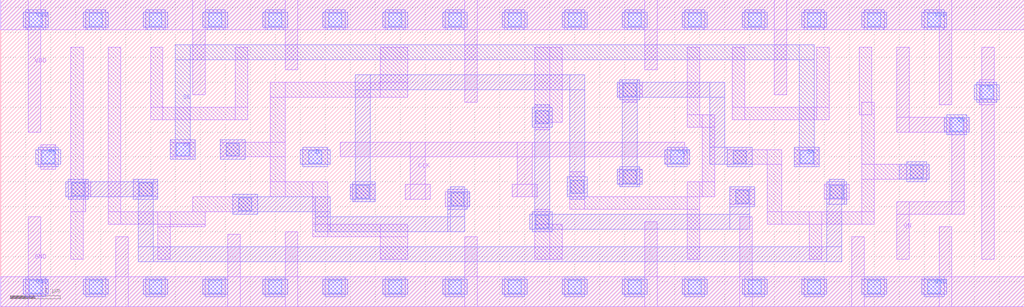
<source format=lef>
VERSION 5.7 ;
BUSBITCHARS "[]" ;
DIVIDERCHAR "/" ;

MACRO gf180mcu_osu_sc_9T_addf_1
  CLASS CORE ;
  ORIGIN 0 0 ;
  FOREIGN gf180mcu_osu_sc_9T_addf_1 0 0 ;
  SIZE 14 BY 6.15 ;
  SYMMETRY X Y ;
  SITE 9T ;
  PIN A
    DIRECTION INPUT ;
    USE SIGNAL ;
    PORT
      LAYER MET1 ;
        RECT 8.7 2.35 9.2 2.65 ;
        RECT 6.4 3.05 9.1 3.35 ;
        RECT 8.8 2.35 9.1 3.35 ;
        RECT 6.4 2.35 6.7 3.35 ;
        RECT 3.2 2.35 6.7 2.65 ;
        RECT 2.15 3.1 3.45 3.4 ;
        RECT 3.2 2.35 3.45 3.4 ;
        RECT 2.15 2.2 2.4 3.4 ;
        RECT 0.6 2.2 2.4 2.5 ;
      LAYER MET2 ;
        RECT 0.6 2.15 1.1 2.55 ;
      LAYER VIA12 ;
        RECT 0.72 2.22 0.98 2.48 ;
    END
  END A
  PIN B
    DIRECTION INPUT ;
    USE SIGNAL ;
    PORT
      LAYER MET1 ;
        RECT 5.85 3.6 9.95 3.9 ;
        RECT 9.65 2.9 9.95 3.9 ;
        RECT 5.85 2.9 6.15 3.9 ;
        RECT 3.7 3 6.15 3.3 ;
        RECT 1.6 3.65 4 3.95 ;
        RECT 3.7 2.9 4 3.95 ;
        RECT 1.6 2.75 1.9 3.95 ;
      LAYER MET2 ;
        RECT 1.5 2.85 2 3.15 ;
        RECT 1.55 2.8 1.95 3.2 ;
      LAYER VIA12 ;
        RECT 1.62 2.87 1.88 3.13 ;
    END
  END B
  PIN CI
    DIRECTION INPUT ;
    USE SIGNAL ;
    PORT
      LAYER MET1 ;
        RECT 9.75 2.25 10.6 2.55 ;
        RECT 9.75 1.8 10.05 2.55 ;
        RECT 2.65 1.8 10.05 2.1 ;
        RECT 7.05 1.8 7.35 2.75 ;
        RECT 2.65 1.8 2.95 2.6 ;
      LAYER MET2 ;
        RECT 2.55 2.2 3.05 2.5 ;
        RECT 2.6 2.15 3 2.55 ;
      LAYER VIA12 ;
        RECT 2.67 2.22 2.93 2.48 ;
    END
  END CI
  PIN CO
    DIRECTION OUTPUT ;
    USE SIGNAL ;
    PORT
      LAYER MET1 ;
        RECT 13.2 3 13.75 3.3 ;
        RECT 13.2 2.95 13.65 3.35 ;
        RECT 13.2 0.95 13.45 5.2 ;
      LAYER MET2 ;
        RECT 13.25 3 13.75 3.3 ;
        RECT 13.3 2.95 13.7 3.35 ;
      LAYER VIA12 ;
        RECT 13.37 3.02 13.63 3.28 ;
    END
  END CO
  PIN GND
    DIRECTION INOUT ;
    USE GROUND ;
    SHAPE ABUTMENT ;
    PORT
      LAYER MET1 ;
        RECT 0 0 14 0.6 ;
        RECT 12.35 0 12.6 1.4 ;
        RECT 10.75 0 11 1.4 ;
        RECT 6.5 0 6.75 1.4 ;
        RECT 4.8 0 5.05 1.4 ;
        RECT 1.4 0 1.65 1.4 ;
      LAYER MET2 ;
        RECT 12.45 0.25 12.95 0.55 ;
        RECT 12.5 0.2 12.9 0.6 ;
        RECT 11.25 0.25 11.75 0.55 ;
        RECT 11.3 0.2 11.7 0.6 ;
        RECT 10.05 0.25 10.55 0.55 ;
        RECT 10.1 0.2 10.5 0.6 ;
        RECT 8.85 0.25 9.35 0.55 ;
        RECT 8.9 0.2 9.3 0.6 ;
        RECT 7.65 0.25 8.15 0.55 ;
        RECT 7.7 0.2 8.1 0.6 ;
        RECT 6.45 0.25 6.95 0.55 ;
        RECT 6.5 0.2 6.9 0.6 ;
        RECT 5.25 0.25 5.75 0.55 ;
        RECT 5.3 0.2 5.7 0.6 ;
        RECT 4.05 0.25 4.55 0.55 ;
        RECT 4.1 0.2 4.5 0.6 ;
        RECT 2.85 0.25 3.35 0.55 ;
        RECT 2.9 0.2 3.3 0.6 ;
        RECT 1.65 0.25 2.15 0.55 ;
        RECT 1.7 0.2 2.1 0.6 ;
        RECT 0.45 0.25 0.95 0.55 ;
        RECT 0.5 0.2 0.9 0.6 ;
      LAYER VIA12 ;
        RECT 0.57 0.27 0.83 0.53 ;
        RECT 1.77 0.27 2.03 0.53 ;
        RECT 2.97 0.27 3.23 0.53 ;
        RECT 4.17 0.27 4.43 0.53 ;
        RECT 5.37 0.27 5.63 0.53 ;
        RECT 6.57 0.27 6.83 0.53 ;
        RECT 7.77 0.27 8.03 0.53 ;
        RECT 8.97 0.27 9.23 0.53 ;
        RECT 10.17 0.27 10.43 0.53 ;
        RECT 11.37 0.27 11.63 0.53 ;
        RECT 12.57 0.27 12.83 0.53 ;
    END
  END GND
  PIN S
    DIRECTION OUTPUT ;
    USE SIGNAL ;
    PORT
      LAYER MET1 ;
        RECT 11.6 3 12.05 3.3 ;
        RECT 11.6 2.95 11.9 3.35 ;
        RECT 11.6 0.95 11.85 5.2 ;
      LAYER MET2 ;
        RECT 11.55 3 12.05 3.3 ;
        RECT 11.6 2.95 12 3.35 ;
      LAYER VIA12 ;
        RECT 11.67 3.02 11.93 3.28 ;
    END
  END S
  PIN VDD
    DIRECTION INOUT ;
    USE POWER ;
    SHAPE ABUTMENT ;
    PORT
      LAYER MET1 ;
        RECT 0 5.55 14 6.15 ;
        RECT 12.35 4.7 12.6 6.15 ;
        RECT 10.75 4.7 11 6.15 ;
        RECT 6.5 4.7 6.75 6.15 ;
        RECT 4.8 4.7 5.05 6.15 ;
        RECT 1.4 4.7 1.65 6.15 ;
      LAYER MET2 ;
        RECT 12.45 5.6 12.95 5.9 ;
        RECT 12.5 5.55 12.9 5.95 ;
        RECT 11.25 5.6 11.75 5.9 ;
        RECT 11.3 5.55 11.7 5.95 ;
        RECT 10.05 5.6 10.55 5.9 ;
        RECT 10.1 5.55 10.5 5.95 ;
        RECT 8.85 5.6 9.35 5.9 ;
        RECT 8.9 5.55 9.3 5.95 ;
        RECT 7.65 5.6 8.15 5.9 ;
        RECT 7.7 5.55 8.1 5.95 ;
        RECT 6.45 5.6 6.95 5.9 ;
        RECT 6.5 5.55 6.9 5.95 ;
        RECT 5.25 5.6 5.75 5.9 ;
        RECT 5.3 5.55 5.7 5.95 ;
        RECT 4.05 5.6 4.55 5.9 ;
        RECT 4.1 5.55 4.5 5.95 ;
        RECT 2.85 5.6 3.35 5.9 ;
        RECT 2.9 5.55 3.3 5.95 ;
        RECT 1.65 5.6 2.15 5.9 ;
        RECT 1.7 5.55 2.1 5.95 ;
        RECT 0.45 5.6 0.95 5.9 ;
        RECT 0.5 5.55 0.9 5.95 ;
      LAYER VIA12 ;
        RECT 0.57 5.62 0.83 5.88 ;
        RECT 1.77 5.62 2.03 5.88 ;
        RECT 2.97 5.62 3.23 5.88 ;
        RECT 4.17 5.62 4.43 5.88 ;
        RECT 5.37 5.62 5.63 5.88 ;
        RECT 6.57 5.62 6.83 5.88 ;
        RECT 7.77 5.62 8.03 5.88 ;
        RECT 8.97 5.62 9.23 5.88 ;
        RECT 10.17 5.62 10.43 5.88 ;
        RECT 11.37 5.62 11.63 5.88 ;
        RECT 12.57 5.62 12.83 5.88 ;
    END
  END VDD
  OBS
    LAYER MET2 ;
      RECT 3.1 4.75 3.4 5.2 ;
      RECT 3.05 4.75 3.45 5.15 ;
      RECT 3 4.8 12.85 5.1 ;
      RECT 12.55 2.25 12.85 5.1 ;
      RECT 3.75 1.05 4.05 5.1 ;
      RECT 12.5 2.3 12.9 2.7 ;
      RECT 7.85 2.3 8.25 2.7 ;
      RECT 12.45 2.35 12.95 2.65 ;
      RECT 3.75 2.35 8.3 2.65 ;
      RECT 3.1 0.95 3.4 1.45 ;
      RECT 3.05 1 3.45 1.4 ;
      RECT 3.05 1.05 4.05 1.35 ;
      RECT 8.15 4.1 8.55 4.5 ;
      RECT 8.1 4.15 11.25 4.45 ;
      RECT 10.95 2.25 11.25 4.45 ;
      RECT 8.85 1.05 9.15 4.45 ;
      RECT 10.9 2.3 11.3 2.7 ;
      RECT 8.15 1 8.55 1.4 ;
      RECT 8.1 1.05 9.15 1.35 ;
      RECT 7.3 0.95 7.6 1.45 ;
      RECT 5.65 0.95 5.95 1.45 ;
      RECT 7.25 1 7.65 1.4 ;
      RECT 5.6 1 6 1.4 ;
      RECT 5.6 1.05 7.65 1.35 ;
      RECT 2.2 0.95 2.5 1.45 ;
      RECT 0.5 0.95 0.8 1.45 ;
      RECT 2.15 1 2.55 1.4 ;
      RECT 0.45 1 0.85 1.4 ;
      RECT 0.45 1.05 2.55 1.35 ;
    LAYER VIA12 ;
      RECT 12.57 2.37 12.83 2.63 ;
      RECT 10.97 2.37 11.23 2.63 ;
      RECT 8.22 1.07 8.48 1.33 ;
      RECT 8.22 4.17 8.48 4.43 ;
      RECT 7.92 2.37 8.18 2.63 ;
      RECT 7.32 1.07 7.58 1.33 ;
      RECT 5.67 1.07 5.93 1.33 ;
      RECT 3.12 1.07 3.38 1.33 ;
      RECT 3.12 4.82 3.38 5.08 ;
      RECT 2.22 1.07 2.48 1.33 ;
      RECT 0.52 1.07 0.78 1.33 ;
    LAYER MET1 ;
      RECT 7.35 4.2 7.6 5.2 ;
      RECT 5.65 4.2 5.9 5.2 ;
      RECT 5.65 4.2 7.6 4.45 ;
      RECT 2.25 4.2 2.5 5.2 ;
      RECT 0.55 4.2 0.8 5.2 ;
      RECT 0.55 4.2 2.5 4.45 ;
      RECT 12.45 2.35 12.95 2.65 ;
      RECT 10.85 2.35 11.35 2.65 ;
      RECT 8.1 4.15 8.6 4.45 ;
      RECT 8.2 0.95 8.5 1.45 ;
      RECT 7.8 2.35 8.3 2.65 ;
      RECT 7.3 0.95 7.6 1.45 ;
      RECT 5.65 0.95 5.95 1.45 ;
      RECT 3.1 0.95 3.4 1.45 ;
      RECT 3.1 4.7 3.4 5.2 ;
      RECT 2.2 0.95 2.5 1.45 ;
      RECT 0.5 0.95 0.8 1.45 ;
  END
END gf180mcu_osu_sc_9T_addf_1

MACRO gf180mcu_osu_sc_9T_addh_1
  CLASS CORE ;
  ORIGIN 0 0 ;
  FOREIGN gf180mcu_osu_sc_9T_addh_1 0 0 ;
  SIZE 8.6 BY 6.15 ;
  SYMMETRY X Y ;
  SITE 9T ;
  PIN A
    DIRECTION INPUT ;
    USE SIGNAL ;
    PORT
      LAYER MET1 ;
        RECT 3.9 2.2 4.4 2.5 ;
        RECT 1.5 2.2 2 2.5 ;
      LAYER MET2 ;
        RECT 3.9 2.15 4.4 2.55 ;
        RECT 1.5 2.2 4.4 2.5 ;
        RECT 1.5 2.15 2 2.55 ;
      LAYER VIA12 ;
        RECT 1.62 2.22 1.88 2.48 ;
        RECT 4.02 2.22 4.28 2.48 ;
    END
  END A
  PIN B
    DIRECTION INPUT ;
    USE SIGNAL ;
    PORT
      LAYER MET1 ;
        RECT 5.2 1.9 5.5 2.4 ;
        RECT 2.35 2.15 2.85 2.45 ;
        RECT 2.35 1.55 2.85 1.85 ;
        RECT 2.45 1.55 2.75 2.45 ;
      LAYER MET2 ;
        RECT 5.15 1.95 5.55 2.35 ;
        RECT 5.2 1.55 5.5 2.4 ;
        RECT 5.15 1.55 5.5 2.35 ;
        RECT 2.35 1.55 5.5 1.85 ;
        RECT 2.4 1.5 2.8 1.9 ;
      LAYER VIA12 ;
        RECT 2.47 1.57 2.73 1.83 ;
        RECT 5.22 2.02 5.48 2.28 ;
    END
  END B
  PIN CO
    DIRECTION OUTPUT ;
    USE SIGNAL ;
    PORT
      LAYER MET1 ;
        RECT 0.4 3.5 0.9 3.8 ;
        RECT 0.55 0.95 0.8 5.2 ;
      LAYER MET2 ;
        RECT 0.4 3.45 0.9 3.85 ;
      LAYER VIA12 ;
        RECT 0.52 3.52 0.78 3.78 ;
    END
  END CO
  PIN GND
    DIRECTION INOUT ;
    USE GROUND ;
    SHAPE ABUTMENT ;
    PORT
      LAYER MET1 ;
        RECT 0 0 8.6 0.6 ;
        RECT 6.65 0 6.9 1.8 ;
        RECT 1.4 0 1.65 1.8 ;
      LAYER MET2 ;
        RECT 6.7 0.25 7.2 0.55 ;
        RECT 6.75 0.2 7.15 0.6 ;
        RECT 5.25 0.25 5.75 0.55 ;
        RECT 5.3 0.2 5.7 0.6 ;
        RECT 4.05 0.25 4.55 0.55 ;
        RECT 4.1 0.2 4.5 0.6 ;
        RECT 2.85 0.25 3.35 0.55 ;
        RECT 2.9 0.2 3.3 0.6 ;
        RECT 1.65 0.25 2.15 0.55 ;
        RECT 1.7 0.2 2.1 0.6 ;
        RECT 0.45 0.25 0.95 0.55 ;
        RECT 0.5 0.2 0.9 0.6 ;
      LAYER VIA12 ;
        RECT 0.57 0.27 0.83 0.53 ;
        RECT 1.77 0.27 2.03 0.53 ;
        RECT 2.97 0.27 3.23 0.53 ;
        RECT 4.17 0.27 4.43 0.53 ;
        RECT 5.37 0.27 5.63 0.53 ;
        RECT 6.82 0.27 7.08 0.53 ;
    END
  END GND
  PIN S
    DIRECTION OUTPUT ;
    USE SIGNAL ;
    PORT
      LAYER MET1 ;
        RECT 7.7 2.85 8.2 3.15 ;
        RECT 7.75 2.8 8.1 3.2 ;
        RECT 7.5 3.5 8 5.2 ;
        RECT 7.75 0.95 8 5.2 ;
      LAYER MET2 ;
        RECT 7.7 2.8 8.2 3.2 ;
      LAYER VIA12 ;
        RECT 7.82 2.87 8.08 3.13 ;
    END
  END S
  PIN VDD
    DIRECTION INOUT ;
    USE POWER ;
    SHAPE ABUTMENT ;
    PORT
      LAYER MET1 ;
        RECT 0 5.55 8.6 6.15 ;
        RECT 6.65 4.5 6.9 6.15 ;
        RECT 3.85 3.5 4.1 6.15 ;
        RECT 3.1 3.5 3.35 6.15 ;
        RECT 1.4 3.5 1.65 6.15 ;
      LAYER MET2 ;
        RECT 6.45 5.6 6.95 5.9 ;
        RECT 6.5 5.55 6.9 5.95 ;
        RECT 5.25 5.6 5.75 5.9 ;
        RECT 5.3 5.55 5.7 5.95 ;
        RECT 4.05 5.6 4.55 5.9 ;
        RECT 4.1 5.55 4.5 5.95 ;
        RECT 2.85 5.6 3.35 5.9 ;
        RECT 2.9 5.55 3.3 5.95 ;
        RECT 1.65 5.6 2.15 5.9 ;
        RECT 1.7 5.55 2.1 5.95 ;
        RECT 0.45 5.6 0.95 5.9 ;
        RECT 0.5 5.55 0.9 5.95 ;
      LAYER VIA12 ;
        RECT 0.57 5.62 0.83 5.88 ;
        RECT 1.77 5.62 2.03 5.88 ;
        RECT 2.97 5.62 3.23 5.88 ;
        RECT 4.17 5.62 4.43 5.88 ;
        RECT 5.37 5.62 5.63 5.88 ;
        RECT 6.57 5.62 6.83 5.88 ;
    END
  END VDD
  OBS
    LAYER MET2 ;
      RECT 6.3 2.95 6.8 3.35 ;
      RECT 3 2.9 3.5 3.3 ;
      RECT 3 2.95 6.8 3.25 ;
    LAYER VIA12 ;
      RECT 6.42 3.02 6.68 3.28 ;
      RECT 3.12 2.97 3.38 3.23 ;
    LAYER MET1 ;
      RECT 5.55 3.5 6.05 5.2 ;
      RECT 5.55 2.75 5.8 5.2 ;
      RECT 4.7 2.75 6.05 3 ;
      RECT 5.75 2.5 6.75 2.75 ;
      RECT 4.7 1.35 4.95 3 ;
      RECT 6.5 2.2 7.25 2.5 ;
      RECT 5.55 0.85 5.8 1.45 ;
      RECT 3.85 0.85 4.1 1.45 ;
      RECT 3.85 0.85 5.8 1.1 ;
      RECT 2.25 2.95 2.5 5.2 ;
      RECT 1.05 2.95 3.5 3.25 ;
      RECT 3.1 0.95 3.35 3.25 ;
      RECT 6.3 3 6.8 3.3 ;
  END
END gf180mcu_osu_sc_9T_addh_1

MACRO gf180mcu_osu_sc_9T_and2_1
  CLASS CORE ;
  ORIGIN 0 0 ;
  FOREIGN gf180mcu_osu_sc_9T_and2_1 0 0 ;
  SIZE 4.1 BY 6.15 ;
  SYMMETRY X Y ;
  SITE 9T ;
  PIN A
    DIRECTION INPUT ;
    USE SIGNAL ;
    PORT
      LAYER MET1 ;
        RECT 0.6 2.2 1.1 2.5 ;
      LAYER MET2 ;
        RECT 0.6 2.2 1.1 2.5 ;
        RECT 0.65 2.15 1.05 2.55 ;
      LAYER VIA12 ;
        RECT 0.72 2.22 0.98 2.48 ;
    END
  END A
  PIN B
    DIRECTION INPUT ;
    USE SIGNAL ;
    PORT
      LAYER MET1 ;
        RECT 1.95 2.85 2.45 3.15 ;
      LAYER MET2 ;
        RECT 1.95 2.8 2.45 3.2 ;
      LAYER VIA12 ;
        RECT 2.07 2.87 2.33 3.13 ;
    END
  END B
  PIN GND
    DIRECTION INOUT ;
    USE GROUND ;
    SHAPE ABUTMENT ;
    PORT
      LAYER MET1 ;
        RECT 0 0 4.1 0.6 ;
        RECT 2.1 0 2.7 1.8 ;
      LAYER MET2 ;
        RECT 2.85 0.25 3.35 0.55 ;
        RECT 2.9 0.2 3.3 0.6 ;
        RECT 1.65 0.25 2.15 0.55 ;
        RECT 1.7 0.2 2.1 0.6 ;
        RECT 0.45 0.25 0.95 0.55 ;
        RECT 0.5 0.2 0.9 0.6 ;
      LAYER VIA12 ;
        RECT 0.57 0.27 0.83 0.53 ;
        RECT 1.77 0.27 2.03 0.53 ;
        RECT 2.97 0.27 3.23 0.53 ;
    END
  END GND
  PIN VDD
    DIRECTION INOUT ;
    USE POWER ;
    SHAPE ABUTMENT ;
    PORT
      LAYER MET1 ;
        RECT 0 5.55 4.1 6.15 ;
        RECT 2.25 3.5 2.7 6.15 ;
        RECT 0.55 3.5 0.8 6.15 ;
      LAYER MET2 ;
        RECT 2.85 5.6 3.35 5.9 ;
        RECT 2.9 5.55 3.3 5.95 ;
        RECT 1.65 5.6 2.15 5.9 ;
        RECT 1.7 5.55 2.1 5.95 ;
        RECT 0.45 5.6 0.95 5.9 ;
        RECT 0.5 5.55 0.9 5.95 ;
      LAYER VIA12 ;
        RECT 0.57 5.62 0.83 5.88 ;
        RECT 1.77 5.62 2.03 5.88 ;
        RECT 2.97 5.62 3.23 5.88 ;
    END
  END VDD
  PIN Y
    DIRECTION OUTPUT ;
    USE SIGNAL ;
    PORT
      LAYER MET1 ;
        RECT 3.3 3.5 3.8 3.8 ;
        RECT 3.3 3.45 3.7 3.85 ;
        RECT 3.3 0.95 3.55 5.2 ;
      LAYER MET2 ;
        RECT 3.3 3.45 3.8 3.85 ;
      LAYER VIA12 ;
        RECT 3.42 3.52 3.68 3.78 ;
    END
  END Y
  OBS
    LAYER MET1 ;
      RECT 1.4 1.45 1.65 5.2 ;
      RECT 2.75 2.1 3.05 2.6 ;
      RECT 1.4 2.2 3.05 2.5 ;
      RECT 0.7 1.45 1.65 1.7 ;
      RECT 0.7 0.95 0.95 1.7 ;
  END
END gf180mcu_osu_sc_9T_and2_1

MACRO gf180mcu_osu_sc_9T_aoi21_1
  CLASS CORE ;
  ORIGIN 0 0 ;
  FOREIGN gf180mcu_osu_sc_9T_aoi21_1 0 0 ;
  SIZE 3.9 BY 6.15 ;
  SYMMETRY X Y ;
  SITE 9T ;
  PIN A0
    DIRECTION INPUT ;
    USE SIGNAL ;
    PORT
      LAYER MET1 ;
        RECT 0.6 2.2 1.1 2.5 ;
      LAYER MET2 ;
        RECT 0.6 2.15 1.1 2.55 ;
      LAYER VIA12 ;
        RECT 0.72 2.22 0.98 2.48 ;
    END
  END A0
  PIN A1
    DIRECTION INPUT ;
    USE SIGNAL ;
    PORT
      LAYER MET1 ;
        RECT 1.6 2.85 2.1 3.15 ;
      LAYER MET2 ;
        RECT 1.6 2.8 2.1 3.2 ;
      LAYER VIA12 ;
        RECT 1.72 2.87 1.98 3.13 ;
    END
  END A1
  PIN B
    DIRECTION INPUT ;
    USE SIGNAL ;
    PORT
      LAYER MET1 ;
        RECT 2.35 2.2 2.85 2.5 ;
      LAYER MET2 ;
        RECT 2.35 2.15 2.85 2.55 ;
      LAYER VIA12 ;
        RECT 2.47 2.22 2.73 2.48 ;
    END
  END B
  PIN GND
    DIRECTION INOUT ;
    USE GROUND ;
    SHAPE ABUTMENT ;
    PORT
      LAYER MET1 ;
        RECT 0 0 3.9 0.6 ;
        RECT 2.95 0 3.2 1.4 ;
        RECT 0.7 0 0.95 1.8 ;
      LAYER MET2 ;
        RECT 2.85 0.25 3.35 0.55 ;
        RECT 2.9 0.2 3.3 0.6 ;
        RECT 1.65 0.25 2.15 0.55 ;
        RECT 1.7 0.2 2.1 0.6 ;
        RECT 0.45 0.25 0.95 0.55 ;
        RECT 0.5 0.2 0.9 0.6 ;
      LAYER VIA12 ;
        RECT 0.57 0.27 0.83 0.53 ;
        RECT 1.77 0.27 2.03 0.53 ;
        RECT 2.97 0.27 3.23 0.53 ;
    END
  END GND
  PIN VDD
    DIRECTION INOUT ;
    USE POWER ;
    SHAPE ABUTMENT ;
    PORT
      LAYER MET1 ;
        RECT 0 5.55 3.9 6.15 ;
        RECT 1.4 4.25 1.65 6.15 ;
      LAYER MET2 ;
        RECT 2.85 5.6 3.35 5.9 ;
        RECT 2.9 5.55 3.3 5.95 ;
        RECT 1.65 5.6 2.15 5.9 ;
        RECT 1.7 5.55 2.1 5.95 ;
        RECT 0.45 5.6 0.95 5.9 ;
        RECT 0.5 5.55 0.9 5.95 ;
      LAYER VIA12 ;
        RECT 0.57 5.62 0.83 5.88 ;
        RECT 1.77 5.62 2.03 5.88 ;
        RECT 2.97 5.62 3.23 5.88 ;
    END
  END VDD
  PIN Y
    DIRECTION OUTPUT ;
    USE SIGNAL ;
    PORT
      LAYER MET1 ;
        RECT 3 3.5 3.5 3.8 ;
        RECT 3.1 1.65 3.35 5.2 ;
        RECT 2.1 1.65 3.35 1.9 ;
        RECT 2.1 0.95 2.35 1.9 ;
      LAYER MET2 ;
        RECT 3 3.45 3.5 3.85 ;
      LAYER VIA12 ;
        RECT 3.12 3.52 3.38 3.78 ;
    END
  END Y
  OBS
    LAYER MET1 ;
      RECT 2.25 3.75 2.5 5.2 ;
      RECT 0.55 3.75 0.8 5.2 ;
      RECT 0.55 3.75 2.5 4 ;
  END
END gf180mcu_osu_sc_9T_aoi21_1

MACRO gf180mcu_osu_sc_9T_buf_1
  CLASS CORE ;
  ORIGIN 0 0 ;
  FOREIGN gf180mcu_osu_sc_9T_buf_1 0 0 ;
  SIZE 3.2 BY 6.15 ;
  SYMMETRY X Y ;
  SITE 9T ;
  PIN A
    DIRECTION INPUT ;
    USE SIGNAL ;
    PORT
      LAYER MET1 ;
        RECT 1.05 2.85 1.55 3.15 ;
      LAYER MET2 ;
        RECT 1.05 2.85 1.55 3.15 ;
        RECT 1.1 2.8 1.5 3.2 ;
      LAYER VIA12 ;
        RECT 1.17 2.87 1.43 3.13 ;
    END
  END A
  PIN GND
    DIRECTION INOUT ;
    USE GROUND ;
    SHAPE ABUTMENT ;
    PORT
      LAYER MET1 ;
        RECT 0 0 3.2 0.6 ;
        RECT 1.4 0 1.75 1.8 ;
      LAYER MET2 ;
        RECT 1.65 0.25 2.15 0.55 ;
        RECT 1.7 0.2 2.1 0.6 ;
        RECT 0.45 0.25 0.95 0.55 ;
        RECT 0.5 0.2 0.9 0.6 ;
      LAYER VIA12 ;
        RECT 0.57 0.27 0.83 0.53 ;
        RECT 1.77 0.27 2.03 0.53 ;
    END
  END GND
  PIN VDD
    DIRECTION INOUT ;
    USE POWER ;
    SHAPE ABUTMENT ;
    PORT
      LAYER MET1 ;
        RECT 0 5.55 3.2 6.15 ;
        RECT 1.4 3.5 1.75 6.15 ;
      LAYER MET2 ;
        RECT 1.65 5.6 2.15 5.9 ;
        RECT 1.7 5.55 2.1 5.95 ;
        RECT 0.45 5.6 0.95 5.9 ;
        RECT 0.5 5.55 0.9 5.95 ;
      LAYER VIA12 ;
        RECT 0.57 5.62 0.83 5.88 ;
        RECT 1.77 5.62 2.03 5.88 ;
    END
  END VDD
  PIN Y
    DIRECTION OUTPUT ;
    USE SIGNAL ;
    PORT
      LAYER MET1 ;
        RECT 2.25 1.5 2.75 1.8 ;
        RECT 2.35 0.95 2.6 1.8 ;
        RECT 2.25 3.5 2.75 3.8 ;
        RECT 2.35 3.5 2.6 5.2 ;
      LAYER MET2 ;
        RECT 2.25 3.45 2.75 3.85 ;
        RECT 2.25 1.45 2.75 1.85 ;
        RECT 2.35 1.45 2.65 3.85 ;
      LAYER VIA12 ;
        RECT 2.37 3.52 2.63 3.78 ;
        RECT 2.37 1.52 2.63 1.78 ;
    END
  END Y
  OBS
    LAYER MET1 ;
      RECT 0.55 0.95 0.8 5.2 ;
      RECT 0.55 2.15 2.2 2.45 ;
  END
END gf180mcu_osu_sc_9T_buf_1

MACRO gf180mcu_osu_sc_9T_buf_2
  CLASS CORE ;
  ORIGIN 0 0 ;
  FOREIGN gf180mcu_osu_sc_9T_buf_2 0 0 ;
  SIZE 3.9 BY 6.15 ;
  SYMMETRY X Y ;
  SITE 9T ;
  PIN A
    DIRECTION INPUT ;
    USE SIGNAL ;
    PORT
      LAYER MET1 ;
        RECT 1.05 2.2 1.55 2.5 ;
      LAYER MET2 ;
        RECT 1.05 2.2 1.55 2.5 ;
        RECT 1.1 2.15 1.5 2.55 ;
      LAYER VIA12 ;
        RECT 1.17 2.22 1.43 2.48 ;
    END
  END A
  PIN GND
    DIRECTION INOUT ;
    USE GROUND ;
    SHAPE ABUTMENT ;
    PORT
      LAYER MET1 ;
        RECT 0 0 3.9 0.6 ;
        RECT 3.1 0 3.35 1.8 ;
        RECT 1.4 0 1.65 1.8 ;
      LAYER MET2 ;
        RECT 2.85 0.25 3.35 0.55 ;
        RECT 2.9 0.2 3.3 0.6 ;
        RECT 1.65 0.25 2.15 0.55 ;
        RECT 1.7 0.2 2.1 0.6 ;
        RECT 0.45 0.25 0.95 0.55 ;
        RECT 0.5 0.2 0.9 0.6 ;
      LAYER VIA12 ;
        RECT 0.57 0.27 0.83 0.53 ;
        RECT 1.77 0.27 2.03 0.53 ;
        RECT 2.97 0.27 3.23 0.53 ;
    END
  END GND
  PIN VDD
    DIRECTION INOUT ;
    USE POWER ;
    SHAPE ABUTMENT ;
    PORT
      LAYER MET1 ;
        RECT 0 5.55 3.9 6.15 ;
        RECT 3.1 3.5 3.35 6.15 ;
        RECT 1.4 3.5 1.65 6.15 ;
      LAYER MET2 ;
        RECT 2.85 5.6 3.35 5.9 ;
        RECT 2.9 5.55 3.3 5.95 ;
        RECT 1.65 5.6 2.15 5.9 ;
        RECT 1.7 5.55 2.1 5.95 ;
        RECT 0.45 5.6 0.95 5.9 ;
        RECT 0.5 5.55 0.9 5.95 ;
      LAYER VIA12 ;
        RECT 0.57 5.62 0.83 5.88 ;
        RECT 1.77 5.62 2.03 5.88 ;
        RECT 2.97 5.62 3.23 5.88 ;
    END
  END VDD
  PIN Y
    DIRECTION OUTPUT ;
    USE SIGNAL ;
    PORT
      LAYER MET1 ;
        RECT 2.15 3.5 2.65 3.8 ;
        RECT 2.25 0.95 2.5 5.2 ;
      LAYER MET2 ;
        RECT 2.15 3.45 2.65 3.85 ;
      LAYER VIA12 ;
        RECT 2.27 3.52 2.53 3.78 ;
    END
  END Y
  OBS
    LAYER MET1 ;
      RECT 0.55 0.95 0.8 5.2 ;
      RECT 0.55 2.95 2 3.25 ;
  END
END gf180mcu_osu_sc_9T_buf_2

MACRO gf180mcu_osu_sc_9T_dff_1
  CLASS CORE ;
  ORIGIN 0 0 ;
  FOREIGN gf180mcu_osu_sc_9T_dff_1 0 0 ;
  SIZE 14.5 BY 6.15 ;
  SYMMETRY X Y ;
  SITE 9T ;
  PIN CLK
    DIRECTION INPUT ;
    USE CLOCK ;
    PORT
      LAYER MET1 ;
        RECT 9 2.85 9.5 3.15 ;
        RECT 2.5 3 9.4 3.25 ;
        RECT 2.5 3 8.95 3.3 ;
        RECT 5.95 1.95 6.45 2.25 ;
        RECT 6.05 1.95 6.35 3.3 ;
        RECT 3.8 2 4.3 2.3 ;
        RECT 3.9 2 4.2 3.3 ;
      LAYER MET2 ;
        RECT 9 2.85 9.5 3.15 ;
        RECT 9.05 2.8 9.45 3.2 ;
      LAYER VIA12 ;
        RECT 9.12 2.87 9.38 3.13 ;
    END
  END CLK
  PIN D
    DIRECTION INPUT ;
    USE SIGNAL ;
    PORT
      LAYER MET1 ;
        RECT 1.75 2.85 2.25 3.15 ;
      LAYER MET2 ;
        RECT 1.7 2.85 2.3 3.15 ;
        RECT 1.75 2.8 2.25 3.2 ;
      LAYER VIA12 ;
        RECT 1.87 2.87 2.13 3.13 ;
    END
  END D
  PIN GND
    DIRECTION INOUT ;
    USE GROUND ;
    SHAPE ABUTMENT ;
    PORT
      LAYER MET1 ;
        RECT 0 0 14.5 0.6 ;
        RECT 12.85 0 13.1 1.6 ;
        RECT 10.4 0 10.65 1.4 ;
        RECT 8.6 0 8.85 1.5 ;
        RECT 5 0 5.25 1.4 ;
        RECT 1.4 0 1.65 1.5 ;
      LAYER MET2 ;
        RECT 12.45 0.25 12.95 0.55 ;
        RECT 12.5 0.2 12.9 0.6 ;
        RECT 11.25 0.25 11.75 0.55 ;
        RECT 11.3 0.2 11.7 0.6 ;
        RECT 10.05 0.25 10.55 0.55 ;
        RECT 10.1 0.2 10.5 0.6 ;
        RECT 8.85 0.25 9.35 0.55 ;
        RECT 8.9 0.2 9.3 0.6 ;
        RECT 7.65 0.25 8.15 0.55 ;
        RECT 7.7 0.2 8.1 0.6 ;
        RECT 6.45 0.25 6.95 0.55 ;
        RECT 6.5 0.2 6.9 0.6 ;
        RECT 5.25 0.25 5.75 0.55 ;
        RECT 5.3 0.2 5.7 0.6 ;
        RECT 4.05 0.25 4.55 0.55 ;
        RECT 4.1 0.2 4.5 0.6 ;
        RECT 2.85 0.25 3.35 0.55 ;
        RECT 2.9 0.2 3.3 0.6 ;
        RECT 1.65 0.25 2.15 0.55 ;
        RECT 1.7 0.2 2.1 0.6 ;
        RECT 0.45 0.25 0.95 0.55 ;
        RECT 0.5 0.2 0.9 0.6 ;
      LAYER VIA12 ;
        RECT 0.57 0.27 0.83 0.53 ;
        RECT 1.77 0.27 2.03 0.53 ;
        RECT 2.97 0.27 3.23 0.53 ;
        RECT 4.17 0.27 4.43 0.53 ;
        RECT 5.37 0.27 5.63 0.53 ;
        RECT 6.57 0.27 6.83 0.53 ;
        RECT 7.77 0.27 8.03 0.53 ;
        RECT 8.97 0.27 9.23 0.53 ;
        RECT 10.17 0.27 10.43 0.53 ;
        RECT 11.37 0.27 11.63 0.53 ;
        RECT 12.57 0.27 12.83 0.53 ;
    END
  END GND
  PIN Q
    DIRECTION OUTPUT ;
    USE SIGNAL ;
    PORT
      LAYER MET1 ;
        RECT 13.7 4.15 14.25 4.5 ;
        RECT 13.7 4.1 14.2 4.5 ;
        RECT 13.7 0.95 13.95 5.2 ;
      LAYER MET2 ;
        RECT 13.75 4.15 14.25 4.45 ;
        RECT 13.8 4.1 14.2 4.5 ;
      LAYER VIA12 ;
        RECT 13.87 4.17 14.13 4.43 ;
    END
  END Q
  PIN QN
    DIRECTION OUTPUT ;
    USE SIGNAL ;
    PORT
      LAYER MET1 ;
        RECT 12 3.5 13.45 3.8 ;
        RECT 13.05 1.85 13.35 3.8 ;
        RECT 12 1.85 13.35 2.1 ;
        RECT 12 3.5 12.25 5.2 ;
        RECT 12 0.95 12.25 2.1 ;
      LAYER MET2 ;
        RECT 12.95 3.5 13.45 3.8 ;
        RECT 13 3.45 13.4 3.85 ;
      LAYER VIA12 ;
        RECT 13.07 3.52 13.33 3.78 ;
    END
  END QN
  PIN VDD
    DIRECTION INOUT ;
    USE POWER ;
    SHAPE ABUTMENT ;
    PORT
      LAYER MET1 ;
        RECT 0 5.55 14.5 6.15 ;
        RECT 12.85 4.05 13.1 6.15 ;
        RECT 10.4 3.5 10.65 6.15 ;
        RECT 8.6 4.75 8.85 6.15 ;
        RECT 5 4.1 5.25 6.15 ;
        RECT 1.4 4.75 1.65 6.15 ;
      LAYER MET2 ;
        RECT 12.45 5.6 12.95 5.9 ;
        RECT 12.5 5.55 12.9 5.95 ;
        RECT 11.25 5.6 11.75 5.9 ;
        RECT 11.3 5.55 11.7 5.95 ;
        RECT 10.05 5.6 10.55 5.9 ;
        RECT 10.1 5.55 10.5 5.95 ;
        RECT 8.85 5.6 9.35 5.9 ;
        RECT 8.9 5.55 9.3 5.95 ;
        RECT 7.65 5.6 8.15 5.9 ;
        RECT 7.7 5.55 8.1 5.95 ;
        RECT 6.45 5.6 6.95 5.9 ;
        RECT 6.5 5.55 6.9 5.95 ;
        RECT 5.25 5.6 5.75 5.9 ;
        RECT 5.3 5.55 5.7 5.95 ;
        RECT 4.05 5.6 4.55 5.9 ;
        RECT 4.1 5.55 4.5 5.95 ;
        RECT 2.85 5.6 3.35 5.9 ;
        RECT 2.9 5.55 3.3 5.95 ;
        RECT 1.65 5.6 2.15 5.9 ;
        RECT 1.7 5.55 2.1 5.95 ;
        RECT 0.45 5.6 0.95 5.9 ;
        RECT 0.5 5.55 0.9 5.95 ;
      LAYER VIA12 ;
        RECT 0.57 5.62 0.83 5.88 ;
        RECT 1.77 5.62 2.03 5.88 ;
        RECT 2.97 5.62 3.23 5.88 ;
        RECT 4.17 5.62 4.43 5.88 ;
        RECT 5.37 5.62 5.63 5.88 ;
        RECT 6.57 5.62 6.83 5.88 ;
        RECT 7.77 5.62 8.03 5.88 ;
        RECT 8.97 5.62 9.23 5.88 ;
        RECT 10.17 5.62 10.43 5.88 ;
        RECT 11.37 5.62 11.63 5.88 ;
        RECT 12.57 5.62 12.83 5.88 ;
    END
  END VDD
  OBS
    LAYER MET2 ;
      RECT 8.1 4.15 8.5 4.55 ;
      RECT 8.05 4.2 11.45 4.5 ;
      RECT 11.15 2.55 11.45 4.5 ;
      RECT 8.15 2.15 8.45 4.55 ;
      RECT 12.2 2.5 12.6 2.9 ;
      RECT 11.15 2.55 12.65 2.85 ;
      RECT 8.1 2.15 8.5 2.55 ;
      RECT 8.05 2.2 8.55 2.5 ;
      RECT 6.4 0.9 6.7 4.6 ;
      RECT 6.35 4.15 6.75 4.55 ;
      RECT 10.55 1.6 10.95 2 ;
      RECT 10.2 1.65 11 1.95 ;
      RECT 6.35 1.3 6.75 1.7 ;
      RECT 6.4 0.9 6.75 1.7 ;
      RECT 6.3 1.35 6.75 1.65 ;
      RECT 10.2 1.6 10.95 1.95 ;
      RECT 10.2 0.9 10.5 1.95 ;
      RECT 6.4 0.9 10.5 1.2 ;
      RECT 2.8 4.9 7.55 5.2 ;
      RECT 7.25 1.5 7.55 5.2 ;
      RECT 2.8 1.95 3.1 5.2 ;
      RECT 2.75 1.95 3.2 2.35 ;
      RECT 2.7 2 3.2 2.3 ;
      RECT 9.4 1.5 9.8 1.9 ;
      RECT 7.2 1.5 7.6 1.9 ;
      RECT 7.15 1.55 9.9 1.85 ;
      RECT 4.65 1.95 5.05 2.35 ;
      RECT 0.45 1.95 0.85 2.35 ;
      RECT 4.6 2 5.1 2.3 ;
      RECT 0.4 2 0.9 2.3 ;
      RECT 4.7 1.05 5 2.35 ;
      RECT 0.5 1.05 0.8 2.35 ;
      RECT 0.5 1.05 5 1.35 ;
    LAYER VIA12 ;
      RECT 12.27 2.57 12.53 2.83 ;
      RECT 10.62 1.67 10.88 1.93 ;
      RECT 9.47 1.57 9.73 1.83 ;
      RECT 8.17 2.22 8.43 2.48 ;
      RECT 8.17 4.22 8.43 4.48 ;
      RECT 7.27 1.57 7.53 1.83 ;
      RECT 6.42 1.37 6.68 1.63 ;
      RECT 6.42 4.22 6.68 4.48 ;
      RECT 4.72 2.02 4.98 2.28 ;
      RECT 2.82 2.02 3.08 2.28 ;
      RECT 0.52 2.02 0.78 2.28 ;
    LAYER MET1 ;
      RECT 11.25 0.95 11.5 5.2 ;
      RECT 11.25 2.55 12.65 2.85 ;
      RECT 10.6 1.65 10.9 2.95 ;
      RECT 10.5 1.65 11 1.95 ;
      RECT 9.45 3.5 9.7 5.2 ;
      RECT 9.45 3.5 10 3.75 ;
      RECT 9.75 2.2 10 3.75 ;
      RECT 9.45 1.45 9.75 2.5 ;
      RECT 9.45 0.95 9.7 2.5 ;
      RECT 8.05 4.2 8.55 4.5 ;
      RECT 8.15 4.1 8.45 4.5 ;
      RECT 6.95 1.9 7.25 2.4 ;
      RECT 6.9 2 7.55 2.3 ;
      RECT 7.25 1.45 7.55 2.3 ;
      RECT 6.3 1.4 6.95 1.65 ;
      RECT 6.4 0.95 6.95 1.65 ;
      RECT 6.4 4.2 6.95 5.2 ;
      RECT 6.4 4.1 6.7 5.2 ;
      RECT 4.7 2 5 2.35 ;
      RECT 4.6 2 5.1 2.3 ;
      RECT 3.3 4.2 3.85 5.2 ;
      RECT 1.05 4.2 3.85 4.5 ;
      RECT 1.05 1.8 1.35 4.5 ;
      RECT 1.05 3 1.45 3.3 ;
      RECT 1.05 1.8 2.25 2.05 ;
      RECT 2 1.4 2.25 2.05 ;
      RECT 2 1.4 3.85 1.65 ;
      RECT 3.3 0.95 3.85 1.65 ;
      RECT 0.55 0.95 0.8 5.2 ;
      RECT 0.5 1.9 0.8 2.35 ;
      RECT 0.4 2 0.8 2.3 ;
      RECT 8.05 2.2 8.55 2.5 ;
      RECT 2.7 2 3.2 2.3 ;
  END
END gf180mcu_osu_sc_9T_dff_1

MACRO gf180mcu_osu_sc_9T_dffn_1
  CLASS CORE ;
  ORIGIN 0 0 ;
  FOREIGN gf180mcu_osu_sc_9T_dffn_1 0 0 ;
  SIZE 14.5 BY 6.15 ;
  SYMMETRY X Y ;
  SITE 9T ;
  PIN CLKN
    DIRECTION INPUT ;
    USE CLOCK ;
    PORT
      LAYER MET1 ;
        RECT 9 2.85 9.5 3.15 ;
        RECT 2.5 3 9.4 3.25 ;
        RECT 2.5 3 8.95 3.3 ;
        RECT 5.95 1.95 6.45 2.25 ;
        RECT 6.05 1.95 6.35 3.3 ;
        RECT 3.8 2 4.3 2.3 ;
        RECT 3.9 2 4.2 3.3 ;
      LAYER MET2 ;
        RECT 9 2.85 9.5 3.15 ;
        RECT 9.05 2.8 9.45 3.2 ;
      LAYER VIA12 ;
        RECT 9.12 2.87 9.38 3.13 ;
    END
  END CLKN
  PIN D
    DIRECTION INPUT ;
    USE SIGNAL ;
    PORT
      LAYER MET1 ;
        RECT 1.75 2.85 2.25 3.15 ;
      LAYER MET2 ;
        RECT 1.7 2.85 2.3 3.15 ;
        RECT 1.75 2.8 2.25 3.2 ;
      LAYER VIA12 ;
        RECT 1.87 2.87 2.13 3.13 ;
    END
  END D
  PIN GND
    DIRECTION INOUT ;
    USE GROUND ;
    SHAPE ABUTMENT ;
    PORT
      LAYER MET1 ;
        RECT 0 0 14.5 0.6 ;
        RECT 12.85 0 13.1 1.6 ;
        RECT 10.4 0 10.65 1.4 ;
        RECT 8.6 0 8.85 1.5 ;
        RECT 5 0 5.25 1.4 ;
        RECT 1.4 0 1.65 1.5 ;
      LAYER MET2 ;
        RECT 12.45 0.25 12.95 0.55 ;
        RECT 12.5 0.2 12.9 0.6 ;
        RECT 11.25 0.25 11.75 0.55 ;
        RECT 11.3 0.2 11.7 0.6 ;
        RECT 10.05 0.25 10.55 0.55 ;
        RECT 10.1 0.2 10.5 0.6 ;
        RECT 8.85 0.25 9.35 0.55 ;
        RECT 8.9 0.2 9.3 0.6 ;
        RECT 7.65 0.25 8.15 0.55 ;
        RECT 7.7 0.2 8.1 0.6 ;
        RECT 6.45 0.25 6.95 0.55 ;
        RECT 6.5 0.2 6.9 0.6 ;
        RECT 5.25 0.25 5.75 0.55 ;
        RECT 5.3 0.2 5.7 0.6 ;
        RECT 4.05 0.25 4.55 0.55 ;
        RECT 4.1 0.2 4.5 0.6 ;
        RECT 2.85 0.25 3.35 0.55 ;
        RECT 2.9 0.2 3.3 0.6 ;
        RECT 1.65 0.25 2.15 0.55 ;
        RECT 1.7 0.2 2.1 0.6 ;
        RECT 0.45 0.25 0.95 0.55 ;
        RECT 0.5 0.2 0.9 0.6 ;
      LAYER VIA12 ;
        RECT 0.57 0.27 0.83 0.53 ;
        RECT 1.77 0.27 2.03 0.53 ;
        RECT 2.97 0.27 3.23 0.53 ;
        RECT 4.17 0.27 4.43 0.53 ;
        RECT 5.37 0.27 5.63 0.53 ;
        RECT 6.57 0.27 6.83 0.53 ;
        RECT 7.77 0.27 8.03 0.53 ;
        RECT 8.97 0.27 9.23 0.53 ;
        RECT 10.17 0.27 10.43 0.53 ;
        RECT 11.37 0.27 11.63 0.53 ;
        RECT 12.57 0.27 12.83 0.53 ;
    END
  END GND
  PIN Q
    DIRECTION OUTPUT ;
    USE SIGNAL ;
    PORT
      LAYER MET1 ;
        RECT 13.7 4.15 14.25 4.5 ;
        RECT 13.7 4.1 14.2 4.5 ;
        RECT 13.7 0.95 13.95 5.2 ;
      LAYER MET2 ;
        RECT 13.75 4.15 14.25 4.45 ;
        RECT 13.8 4.1 14.2 4.5 ;
      LAYER VIA12 ;
        RECT 13.87 4.17 14.13 4.43 ;
    END
  END Q
  PIN QN
    DIRECTION OUTPUT ;
    USE SIGNAL ;
    PORT
      LAYER MET1 ;
        RECT 12 3.5 13.45 3.8 ;
        RECT 13.05 1.85 13.35 3.8 ;
        RECT 12 1.85 13.35 2.1 ;
        RECT 12 3.5 12.25 5.2 ;
        RECT 12 0.95 12.25 2.1 ;
      LAYER MET2 ;
        RECT 12.95 3.5 13.45 3.8 ;
        RECT 13 3.45 13.4 3.85 ;
      LAYER VIA12 ;
        RECT 13.07 3.52 13.33 3.78 ;
    END
  END QN
  PIN VDD
    DIRECTION INOUT ;
    USE POWER ;
    SHAPE ABUTMENT ;
    PORT
      LAYER MET1 ;
        RECT 0 5.55 14.5 6.15 ;
        RECT 12.85 4.05 13.1 6.15 ;
        RECT 10.4 3.5 10.65 6.15 ;
        RECT 8.6 4.75 8.85 6.15 ;
        RECT 5 4.1 5.25 6.15 ;
        RECT 1.4 4.75 1.65 6.15 ;
      LAYER MET2 ;
        RECT 12.45 5.6 12.95 5.9 ;
        RECT 12.5 5.55 12.9 5.95 ;
        RECT 11.25 5.6 11.75 5.9 ;
        RECT 11.3 5.55 11.7 5.95 ;
        RECT 10.05 5.6 10.55 5.9 ;
        RECT 10.1 5.55 10.5 5.95 ;
        RECT 8.85 5.6 9.35 5.9 ;
        RECT 8.9 5.55 9.3 5.95 ;
        RECT 7.65 5.6 8.15 5.9 ;
        RECT 7.7 5.55 8.1 5.95 ;
        RECT 6.45 5.6 6.95 5.9 ;
        RECT 6.5 5.55 6.9 5.95 ;
        RECT 5.25 5.6 5.75 5.9 ;
        RECT 5.3 5.55 5.7 5.95 ;
        RECT 4.05 5.6 4.55 5.9 ;
        RECT 4.1 5.55 4.5 5.95 ;
        RECT 2.85 5.6 3.35 5.9 ;
        RECT 2.9 5.55 3.3 5.95 ;
        RECT 1.65 5.6 2.15 5.9 ;
        RECT 1.7 5.55 2.1 5.95 ;
        RECT 0.45 5.6 0.95 5.9 ;
        RECT 0.5 5.55 0.9 5.95 ;
      LAYER VIA12 ;
        RECT 0.57 5.62 0.83 5.88 ;
        RECT 1.77 5.62 2.03 5.88 ;
        RECT 2.97 5.62 3.23 5.88 ;
        RECT 4.17 5.62 4.43 5.88 ;
        RECT 5.37 5.62 5.63 5.88 ;
        RECT 6.57 5.62 6.83 5.88 ;
        RECT 7.77 5.62 8.03 5.88 ;
        RECT 8.97 5.62 9.23 5.88 ;
        RECT 10.17 5.62 10.43 5.88 ;
        RECT 11.37 5.62 11.63 5.88 ;
        RECT 12.57 5.62 12.83 5.88 ;
    END
  END VDD
  OBS
    LAYER MET2 ;
      RECT 8.1 4.15 8.5 4.55 ;
      RECT 8.05 4.2 11.45 4.5 ;
      RECT 11.15 2.55 11.45 4.5 ;
      RECT 8.15 2.15 8.45 4.55 ;
      RECT 12.2 2.5 12.6 2.9 ;
      RECT 11.15 2.55 12.65 2.85 ;
      RECT 8.1 2.15 8.5 2.55 ;
      RECT 8.05 2.2 8.55 2.5 ;
      RECT 6.4 0.9 6.7 4.6 ;
      RECT 6.35 4.15 6.75 4.55 ;
      RECT 10.55 1.6 10.95 2 ;
      RECT 10.2 1.65 11 1.95 ;
      RECT 6.35 1.3 6.75 1.7 ;
      RECT 6.4 0.9 6.75 1.7 ;
      RECT 6.3 1.35 6.75 1.65 ;
      RECT 10.2 1.6 10.95 1.95 ;
      RECT 10.2 0.9 10.5 1.95 ;
      RECT 6.4 0.9 10.5 1.2 ;
      RECT 2.8 4.9 7.55 5.2 ;
      RECT 7.25 1.5 7.55 5.2 ;
      RECT 2.8 1.95 3.1 5.2 ;
      RECT 2.75 1.95 3.2 2.35 ;
      RECT 2.7 2 3.2 2.3 ;
      RECT 9.4 1.5 9.8 1.9 ;
      RECT 7.2 1.5 7.6 1.9 ;
      RECT 7.15 1.55 9.9 1.85 ;
      RECT 4.65 1.95 5.05 2.35 ;
      RECT 0.45 1.95 0.85 2.35 ;
      RECT 4.6 2 5.1 2.3 ;
      RECT 0.4 2 0.9 2.3 ;
      RECT 4.7 1.05 5 2.35 ;
      RECT 0.5 1.05 0.8 2.35 ;
      RECT 0.5 1.05 5 1.35 ;
    LAYER VIA12 ;
      RECT 12.27 2.57 12.53 2.83 ;
      RECT 10.62 1.67 10.88 1.93 ;
      RECT 9.47 1.57 9.73 1.83 ;
      RECT 8.17 2.22 8.43 2.48 ;
      RECT 8.17 4.22 8.43 4.48 ;
      RECT 7.27 1.57 7.53 1.83 ;
      RECT 6.42 1.37 6.68 1.63 ;
      RECT 6.42 4.22 6.68 4.48 ;
      RECT 4.72 2.02 4.98 2.28 ;
      RECT 2.82 2.02 3.08 2.28 ;
      RECT 0.52 2.02 0.78 2.28 ;
    LAYER MET1 ;
      RECT 11.25 0.95 11.5 5.2 ;
      RECT 11.25 2.55 12.65 2.85 ;
      RECT 10.6 1.65 10.9 2.95 ;
      RECT 10.5 1.65 11 1.95 ;
      RECT 9.45 3.5 9.7 5.2 ;
      RECT 9.45 3.5 10 3.75 ;
      RECT 9.75 2.2 10 3.75 ;
      RECT 9.45 1.45 9.75 2.5 ;
      RECT 9.45 0.95 9.7 2.5 ;
      RECT 8.05 4.2 8.55 4.5 ;
      RECT 8.15 4.1 8.45 4.5 ;
      RECT 6.95 1.9 7.25 2.4 ;
      RECT 6.9 2 7.55 2.3 ;
      RECT 7.25 1.45 7.55 2.3 ;
      RECT 6.3 1.4 6.95 1.65 ;
      RECT 6.4 0.95 6.95 1.65 ;
      RECT 6.4 4.2 6.95 5.2 ;
      RECT 6.4 4.1 6.7 5.2 ;
      RECT 4.7 2 5 2.35 ;
      RECT 4.6 2 5.1 2.3 ;
      RECT 3.3 4.2 3.85 5.2 ;
      RECT 1.05 4.2 3.85 4.5 ;
      RECT 1.05 1.8 1.35 4.5 ;
      RECT 1.05 3 1.45 3.3 ;
      RECT 1.05 1.8 2.25 2.05 ;
      RECT 2 1.4 2.25 2.05 ;
      RECT 2 1.4 3.85 1.65 ;
      RECT 3.3 0.95 3.85 1.65 ;
      RECT 0.55 0.95 0.8 5.2 ;
      RECT 0.5 1.9 0.8 2.35 ;
      RECT 0.4 2 0.8 2.3 ;
      RECT 8.05 2.2 8.55 2.5 ;
      RECT 2.7 2 3.2 2.3 ;
  END
END gf180mcu_osu_sc_9T_dffn_1

MACRO gf180mcu_osu_sc_9T_dffsr_1
  CLASS CORE ;
  ORIGIN 0 0 ;
  FOREIGN gf180mcu_osu_sc_9T_dffsr_1 0 0 ;
  SIZE 20.5 BY 6.15 ;
  SYMMETRY X Y ;
  SITE 9T ;
  PIN CLK
    DIRECTION INPUT ;
    USE CLOCK ;
    PORT
      LAYER MET1 ;
        RECT 13.3 2.85 13.8 3.15 ;
        RECT 6.8 3 13.7 3.3 ;
        RECT 10.25 2.2 10.75 2.45 ;
        RECT 10.35 2.2 10.65 3.3 ;
        RECT 8.1 2.15 8.6 2.45 ;
        RECT 8.2 2.15 8.5 3.3 ;
      LAYER MET2 ;
        RECT 13.3 2.85 13.8 3.15 ;
        RECT 13.35 2.8 13.75 3.2 ;
      LAYER VIA12 ;
        RECT 13.42 2.87 13.68 3.13 ;
    END
  END CLK
  PIN D
    DIRECTION INPUT ;
    USE SIGNAL ;
    PORT
      LAYER MET1 ;
        RECT 6.05 2.85 6.55 3.15 ;
      LAYER MET2 ;
        RECT 6 2.85 6.6 3.15 ;
        RECT 6.05 2.8 6.55 3.2 ;
      LAYER VIA12 ;
        RECT 6.17 2.87 6.43 3.13 ;
    END
  END D
  PIN GND
    DIRECTION INOUT ;
    USE GROUND ;
    SHAPE ABUTMENT ;
    PORT
      LAYER MET1 ;
        RECT 0 0 20.5 0.6 ;
        RECT 18.8 0 19.05 1.6 ;
        RECT 17.05 0 17.3 1.4 ;
        RECT 14.8 0 15.05 1.8 ;
        RECT 12.9 0 13.15 1.7 ;
        RECT 9.3 0 9.55 1.4 ;
        RECT 5.7 0 5.95 1.5 ;
        RECT 4.55 0 4.8 1.45 ;
        RECT 2.3 0 2.55 1.4 ;
        RECT 0.55 0 0.8 1.8 ;
      LAYER MET2 ;
        RECT 18.45 0.25 18.95 0.55 ;
        RECT 18.5 0.2 18.9 0.6 ;
        RECT 17.25 0.25 17.75 0.55 ;
        RECT 17.3 0.2 17.7 0.6 ;
        RECT 16.05 0.25 16.55 0.55 ;
        RECT 16.1 0.2 16.5 0.6 ;
        RECT 14.85 0.25 15.35 0.55 ;
        RECT 14.9 0.2 15.3 0.6 ;
        RECT 13.65 0.25 14.15 0.55 ;
        RECT 13.7 0.2 14.1 0.6 ;
        RECT 12.45 0.25 12.95 0.55 ;
        RECT 12.5 0.2 12.9 0.6 ;
        RECT 11.25 0.25 11.75 0.55 ;
        RECT 11.3 0.2 11.7 0.6 ;
        RECT 10.05 0.25 10.55 0.55 ;
        RECT 10.1 0.2 10.5 0.6 ;
        RECT 8.85 0.25 9.35 0.55 ;
        RECT 8.9 0.2 9.3 0.6 ;
        RECT 7.65 0.25 8.15 0.55 ;
        RECT 7.7 0.2 8.1 0.6 ;
        RECT 6.45 0.25 6.95 0.55 ;
        RECT 6.5 0.2 6.9 0.6 ;
        RECT 5.25 0.25 5.75 0.55 ;
        RECT 5.3 0.2 5.7 0.6 ;
        RECT 4.05 0.25 4.55 0.55 ;
        RECT 4.1 0.2 4.5 0.6 ;
        RECT 2.85 0.25 3.35 0.55 ;
        RECT 2.9 0.2 3.3 0.6 ;
        RECT 1.65 0.25 2.15 0.55 ;
        RECT 1.7 0.2 2.1 0.6 ;
        RECT 0.45 0.25 0.95 0.55 ;
        RECT 0.5 0.2 0.9 0.6 ;
      LAYER VIA12 ;
        RECT 0.57 0.27 0.83 0.53 ;
        RECT 1.77 0.27 2.03 0.53 ;
        RECT 2.97 0.27 3.23 0.53 ;
        RECT 4.17 0.27 4.43 0.53 ;
        RECT 5.37 0.27 5.63 0.53 ;
        RECT 6.57 0.27 6.83 0.53 ;
        RECT 7.77 0.27 8.03 0.53 ;
        RECT 8.97 0.27 9.23 0.53 ;
        RECT 10.17 0.27 10.43 0.53 ;
        RECT 11.37 0.27 11.63 0.53 ;
        RECT 12.57 0.27 12.83 0.53 ;
        RECT 13.77 0.27 14.03 0.53 ;
        RECT 14.97 0.27 15.23 0.53 ;
        RECT 16.17 0.27 16.43 0.53 ;
        RECT 17.37 0.27 17.63 0.53 ;
        RECT 18.57 0.27 18.83 0.53 ;
    END
  END GND
  PIN Q
    DIRECTION OUTPUT ;
    USE SIGNAL ;
    PORT
      LAYER MET1 ;
        RECT 19.65 0.95 19.9 5.2 ;
        RECT 19.6 4.05 19.9 4.55 ;
      LAYER MET2 ;
        RECT 19.5 4.15 20 4.45 ;
        RECT 19.55 4.1 19.95 4.5 ;
      LAYER VIA12 ;
        RECT 19.62 4.17 19.88 4.43 ;
    END
  END Q
  PIN QN
    DIRECTION OUTPUT ;
    USE SIGNAL ;
    PORT
      LAYER MET1 ;
        RECT 17.95 3.5 19.4 3.8 ;
        RECT 19 3.45 19.3 3.8 ;
        RECT 19.05 1.85 19.3 3.8 ;
        RECT 17.95 1.85 19.3 2.1 ;
        RECT 17.95 3.5 18.2 5.2 ;
        RECT 17.95 0.95 18.2 2.1 ;
      LAYER MET2 ;
        RECT 18.9 3.5 19.4 3.8 ;
        RECT 18.95 3.45 19.35 3.85 ;
      LAYER VIA12 ;
        RECT 19.02 3.52 19.28 3.78 ;
    END
  END QN
  PIN RN
    DIRECTION INPUT ;
    USE SIGNAL ;
    PORT
      LAYER MET1 ;
        RECT 0.8 2.75 1.1 3.25 ;
      LAYER MET2 ;
        RECT 0.7 2.85 1.2 3.15 ;
        RECT 0.75 2.8 1.15 3.2 ;
      LAYER VIA12 ;
        RECT 0.82 2.87 1.08 3.13 ;
    END
  END RN
  PIN SN
    DIRECTION OUTPUT ;
    USE SIGNAL ;
    PORT
      LAYER MET1 ;
        RECT 15.9 2.85 16.4 3.15 ;
        RECT 3.4 3 3.9 3.3 ;
      LAYER MET2 ;
        RECT 15.9 2.8 16.4 3.2 ;
        RECT 3.5 4.95 16.3 5.25 ;
        RECT 16 2.8 16.3 5.25 ;
        RECT 3.4 2.95 3.9 3.35 ;
        RECT 3.5 2.95 3.8 5.25 ;
      LAYER VIA12 ;
        RECT 3.52 3.02 3.78 3.28 ;
        RECT 16.02 2.87 16.28 3.13 ;
    END
  END SN
  PIN VDD
    DIRECTION INOUT ;
    USE POWER ;
    SHAPE ABUTMENT ;
    PORT
      LAYER MET1 ;
        RECT 0 5.55 20.5 6.15 ;
        RECT 18.8 4.05 19.05 6.15 ;
        RECT 15.5 4.25 15.75 6.15 ;
        RECT 12.9 4.75 13.15 6.15 ;
        RECT 9.3 4.1 9.55 6.15 ;
        RECT 5.7 4.75 5.95 6.15 ;
        RECT 3.85 4.25 4.1 6.15 ;
        RECT 0.55 3.5 0.8 6.15 ;
      LAYER MET2 ;
        RECT 18.45 5.6 18.95 5.9 ;
        RECT 18.5 5.55 18.9 5.95 ;
        RECT 17.25 5.6 17.75 5.9 ;
        RECT 17.3 5.55 17.7 5.95 ;
        RECT 16.05 5.6 16.55 5.9 ;
        RECT 16.1 5.55 16.5 5.95 ;
        RECT 14.85 5.6 15.35 5.9 ;
        RECT 14.9 5.55 15.3 5.95 ;
        RECT 13.65 5.6 14.15 5.9 ;
        RECT 13.7 5.55 14.1 5.95 ;
        RECT 12.45 5.6 12.95 5.9 ;
        RECT 12.5 5.55 12.9 5.95 ;
        RECT 11.25 5.6 11.75 5.9 ;
        RECT 11.3 5.55 11.7 5.95 ;
        RECT 10.05 5.6 10.55 5.9 ;
        RECT 10.1 5.55 10.5 5.95 ;
        RECT 8.85 5.6 9.35 5.9 ;
        RECT 8.9 5.55 9.3 5.95 ;
        RECT 7.65 5.6 8.15 5.9 ;
        RECT 7.7 5.55 8.1 5.95 ;
        RECT 6.45 5.6 6.95 5.9 ;
        RECT 6.5 5.55 6.9 5.95 ;
        RECT 5.25 5.6 5.75 5.9 ;
        RECT 5.3 5.55 5.7 5.95 ;
        RECT 4.05 5.6 4.55 5.9 ;
        RECT 4.1 5.55 4.5 5.95 ;
        RECT 2.85 5.6 3.35 5.9 ;
        RECT 2.9 5.55 3.3 5.95 ;
        RECT 1.65 5.6 2.15 5.9 ;
        RECT 1.7 5.55 2.1 5.95 ;
        RECT 0.45 5.6 0.95 5.9 ;
        RECT 0.5 5.55 0.9 5.95 ;
      LAYER VIA12 ;
        RECT 0.57 5.62 0.83 5.88 ;
        RECT 1.77 5.62 2.03 5.88 ;
        RECT 2.97 5.62 3.23 5.88 ;
        RECT 4.17 5.62 4.43 5.88 ;
        RECT 5.37 5.62 5.63 5.88 ;
        RECT 6.57 5.62 6.83 5.88 ;
        RECT 7.77 5.62 8.03 5.88 ;
        RECT 8.97 5.62 9.23 5.88 ;
        RECT 10.17 5.62 10.43 5.88 ;
        RECT 11.37 5.62 11.63 5.88 ;
        RECT 12.57 5.62 12.83 5.88 ;
        RECT 13.77 5.62 14.03 5.88 ;
        RECT 14.97 5.62 15.23 5.88 ;
        RECT 16.17 5.62 16.43 5.88 ;
        RECT 17.37 5.62 17.63 5.88 ;
        RECT 18.57 5.62 18.83 5.88 ;
    END
  END VDD
  OBS
    LAYER MET2 ;
      RECT 18.15 2.5 18.55 2.9 ;
      RECT 18 2.55 18.6 2.85 ;
      RECT 16.6 2.05 16.9 2.55 ;
      RECT 2.65 2.15 3.15 2.55 ;
      RECT 1.35 2.15 1.75 2.55 ;
      RECT 16.55 2.05 16.95 2.5 ;
      RECT 1.3 2.2 3.15 2.5 ;
      RECT 2.75 0.9 3.05 2.55 ;
      RECT 16.55 0.9 16.85 2.5 ;
      RECT 2.75 0.9 16.85 1.2 ;
      RECT 10.7 1.5 11 4.05 ;
      RECT 10.65 3.6 11.05 4 ;
      RECT 14.6 2 15.1 2.4 ;
      RECT 14.6 1.55 15 2.4 ;
      RECT 10.65 1.5 11.05 1.9 ;
      RECT 10.6 1.55 15 1.85 ;
      RECT 12.4 4.15 12.8 4.55 ;
      RECT 12.35 4.2 14.5 4.5 ;
      RECT 14.2 2.85 14.5 4.5 ;
      RECT 12.45 2.4 12.75 4.55 ;
      RECT 14.2 2.85 15.05 3.2 ;
      RECT 14.55 2.8 15.05 3.2 ;
      RECT 12.4 2.4 12.8 2.8 ;
      RECT 12.35 2.45 12.85 2.75 ;
      RECT 7.1 4.35 11.7 4.65 ;
      RECT 11.4 2.15 11.7 4.65 ;
      RECT 7.1 2.1 7.4 4.65 ;
      RECT 11.35 2.2 11.75 2.6 ;
      RECT 7.05 2.1 7.5 2.5 ;
      RECT 7 2.15 7.5 2.45 ;
      RECT 9 1.5 9.3 2.4 ;
      RECT 8.95 1.95 9.35 2.35 ;
      RECT 8.95 2 9.4 2.3 ;
      RECT 4.65 1.85 5.15 2.25 ;
      RECT 4.65 1.9 6.6 2.2 ;
      RECT 6.3 1.5 6.6 2.2 ;
      RECT 8.95 1.5 9.3 2.35 ;
      RECT 6.3 1.5 9.3 1.8 ;
      RECT 4.4 2.95 4.9 3.35 ;
    LAYER VIA12 ;
      RECT 18.22 2.57 18.48 2.83 ;
      RECT 16.62 2.17 16.88 2.43 ;
      RECT 14.72 2.07 14.98 2.33 ;
      RECT 14.67 2.87 14.93 3.13 ;
      RECT 12.47 2.47 12.73 2.73 ;
      RECT 12.47 4.22 12.73 4.48 ;
      RECT 11.42 2.27 11.68 2.53 ;
      RECT 10.72 1.57 10.98 1.83 ;
      RECT 10.72 3.67 10.98 3.93 ;
      RECT 9.02 2.02 9.28 2.28 ;
      RECT 7.12 2.17 7.38 2.43 ;
      RECT 4.77 1.92 5.03 2.18 ;
      RECT 4.52 3.02 4.78 3.28 ;
      RECT 2.77 2.22 3.03 2.48 ;
      RECT 1.42 2.22 1.68 2.48 ;
    LAYER MET1 ;
      RECT 17.2 3.85 17.45 5.2 ;
      RECT 17.25 1.65 17.5 4.1 ;
      RECT 14.55 2.85 15.65 3.15 ;
      RECT 15.35 1.65 15.65 3.15 ;
      RECT 17.25 2.55 18.6 2.85 ;
      RECT 15.35 1.65 17.5 1.9 ;
      RECT 16.2 0.95 16.45 1.9 ;
      RECT 16.35 3.75 16.6 5.2 ;
      RECT 14.65 3.75 14.9 5.2 ;
      RECT 14.65 3.75 16.6 4 ;
      RECT 13.75 3.6 14 5.2 ;
      RECT 13.75 3.6 14.3 3.85 ;
      RECT 14.05 2.2 14.3 3.85 ;
      RECT 11.4 1.95 11.7 2.7 ;
      RECT 13.75 2.2 14.3 2.5 ;
      RECT 11.4 1.95 14 2.2 ;
      RECT 13.75 0.95 14 2.5 ;
      RECT 12.35 4.2 12.85 4.5 ;
      RECT 12.45 4.1 12.75 4.5 ;
      RECT 10.7 0.95 11 1.95 ;
      RECT 10.7 0.95 11.25 1.65 ;
      RECT 10.7 3.7 11.25 5.2 ;
      RECT 10.7 3.55 11 5.2 ;
      RECT 9 2 9.3 2.35 ;
      RECT 8.9 2 9.4 2.3 ;
      RECT 7.6 4.2 8.15 5.2 ;
      RECT 5.4 4.2 8.15 4.5 ;
      RECT 5.4 2.2 5.7 4.5 ;
      RECT 4.4 3 5.7 3.3 ;
      RECT 5.4 2.2 6.55 2.5 ;
      RECT 6.25 1.4 6.55 2.5 ;
      RECT 6.25 1.4 8.15 1.65 ;
      RECT 7.6 0.95 8.15 1.65 ;
      RECT 2.15 1.65 2.4 5.2 ;
      RECT 3.85 1.9 5.15 2.2 ;
      RECT 3.15 1.6 4.1 1.9 ;
      RECT 2.15 1.65 4.1 1.9 ;
      RECT 3.15 0.95 3.4 1.9 ;
      RECT 4.7 3.75 4.95 5.2 ;
      RECT 3 3.75 3.25 5.2 ;
      RECT 3 3.75 4.95 4 ;
      RECT 1.4 0.95 1.65 5.2 ;
      RECT 1.4 1.9 1.7 2.55 ;
      RECT 1.4 2.2 1.8 2.5 ;
      RECT 16.5 2.15 17 2.45 ;
      RECT 14.6 2.05 15.1 2.35 ;
      RECT 12.35 2.45 12.85 2.75 ;
      RECT 7 2.15 7.5 2.45 ;
      RECT 2.65 2.2 3.15 2.5 ;
  END
END gf180mcu_osu_sc_9T_dffsr_1

MACRO gf180mcu_osu_sc_9T_fill_1
  CLASS CORE ;
  ORIGIN 0 0 ;
  FOREIGN gf180mcu_osu_sc_9T_fill_1 0 0 ;
  SIZE 0.1 BY 6.15 ;
  SYMMETRY X Y ;
  SITE 9T ;
  PIN GND
    DIRECTION INOUT ;
    USE GROUND ;
    SHAPE ABUTMENT ;
    PORT
      LAYER MET1 ;
        RECT 0 0 0.1 0.6 ;
    END
  END GND
  PIN VDD
    DIRECTION INOUT ;
    USE POWER ;
    SHAPE ABUTMENT ;
    PORT
      LAYER MET1 ;
        RECT 0 5.55 0.1 6.15 ;
    END
  END VDD
END gf180mcu_osu_sc_9T_fill_1

MACRO gf180mcu_osu_sc_9T_fill_16
  CLASS CORE ;
  ORIGIN 0 0 ;
  FOREIGN gf180mcu_osu_sc_9T_fill_16 0 0 ;
  SIZE 1.6 BY 6.15 ;
  SYMMETRY X Y ;
  SITE 9T ;
  PIN GND
    DIRECTION INOUT ;
    USE GROUND ;
    SHAPE ABUTMENT ;
    PORT
      LAYER MET1 ;
        RECT 0 0 1.6 0.6 ;
    END
  END GND
  PIN VDD
    DIRECTION INOUT ;
    USE POWER ;
    SHAPE ABUTMENT ;
    PORT
      LAYER MET1 ;
        RECT 0 5.55 1.6 6.15 ;
    END
  END VDD
END gf180mcu_osu_sc_9T_fill_16

MACRO gf180mcu_osu_sc_9T_fill_2
  CLASS CORE ;
  ORIGIN 0 0 ;
  FOREIGN gf180mcu_osu_sc_9T_fill_2 0 0 ;
  SIZE 0.2 BY 6.15 ;
  SYMMETRY X Y ;
  SITE 9T ;
  PIN GND
    DIRECTION INOUT ;
    USE GROUND ;
    SHAPE ABUTMENT ;
    PORT
      LAYER MET1 ;
        RECT 0 0 0.2 0.6 ;
    END
  END GND
  PIN VDD
    DIRECTION INOUT ;
    USE POWER ;
    SHAPE ABUTMENT ;
    PORT
      LAYER MET1 ;
        RECT 0 5.55 0.2 6.15 ;
    END
  END VDD
END gf180mcu_osu_sc_9T_fill_2

MACRO gf180mcu_osu_sc_9T_fill_4
  CLASS CORE ;
  ORIGIN 0 0 ;
  FOREIGN gf180mcu_osu_sc_9T_fill_4 0 0 ;
  SIZE 0.4 BY 6.15 ;
  SYMMETRY X Y ;
  SITE 9T ;
  PIN GND
    DIRECTION INOUT ;
    USE GROUND ;
    SHAPE ABUTMENT ;
    PORT
      LAYER MET1 ;
        RECT 0 0 0.4 0.6 ;
    END
  END GND
  PIN VDD
    DIRECTION INOUT ;
    USE POWER ;
    SHAPE ABUTMENT ;
    PORT
      LAYER MET1 ;
        RECT 0 5.55 0.4 6.15 ;
    END
  END VDD
END gf180mcu_osu_sc_9T_fill_4

MACRO gf180mcu_osu_sc_9T_fill_8
  CLASS CORE ;
  ORIGIN 0 0 ;
  FOREIGN gf180mcu_osu_sc_9T_fill_8 0 0 ;
  SIZE 0.8 BY 6.15 ;
  SYMMETRY X Y ;
  SITE 9T ;
  PIN GND
    DIRECTION INOUT ;
    USE GROUND ;
    SHAPE ABUTMENT ;
    PORT
      LAYER MET1 ;
        RECT 0 0 0.8 0.6 ;
    END
  END GND
  PIN VDD
    DIRECTION INOUT ;
    USE POWER ;
    SHAPE ABUTMENT ;
    PORT
      LAYER MET1 ;
        RECT 0 5.55 0.8 6.15 ;
    END
  END VDD
END gf180mcu_osu_sc_9T_fill_8

MACRO gf180mcu_osu_sc_9T_inv_1
  CLASS CORE ;
  ORIGIN 0 0 ;
  FOREIGN gf180mcu_osu_sc_9T_inv_1 0 0 ;
  SIZE 2.2 BY 6.15 ;
  SYMMETRY X Y ;
  SITE 9T ;
  PIN A
    DIRECTION INPUT ;
    USE SIGNAL ;
    PORT
      LAYER MET1 ;
        RECT 0.55 2.2 1.05 2.5 ;
      LAYER MET2 ;
        RECT 0.55 2.15 1.05 2.55 ;
      LAYER VIA12 ;
        RECT 0.67 2.22 0.93 2.48 ;
    END
  END A
  PIN GND
    DIRECTION INOUT ;
    USE GROUND ;
    SHAPE ABUTMENT ;
    PORT
      LAYER MET1 ;
        RECT 0 0 2.2 0.6 ;
        RECT 0.55 0 0.8 1.8 ;
      LAYER MET2 ;
        RECT 0.45 0.25 0.95 0.55 ;
        RECT 0.5 0.2 0.9 0.6 ;
      LAYER VIA12 ;
        RECT 0.57 0.27 0.83 0.53 ;
    END
  END GND
  PIN VDD
    DIRECTION INOUT ;
    USE POWER ;
    SHAPE ABUTMENT ;
    PORT
      LAYER MET1 ;
        RECT 0 5.55 2.2 6.15 ;
        RECT 0.55 3.5 0.8 6.15 ;
      LAYER MET2 ;
        RECT 0.45 5.6 0.95 5.9 ;
        RECT 0.5 5.55 0.9 5.95 ;
      LAYER VIA12 ;
        RECT 0.57 5.62 0.83 5.88 ;
    END
  END VDD
  PIN Y
    DIRECTION OUTPUT ;
    USE SIGNAL ;
    PORT
      LAYER MET1 ;
        RECT 1.3 3.5 1.8 3.8 ;
        RECT 1.4 0.95 1.65 5.2 ;
      LAYER MET2 ;
        RECT 1.3 3.45 1.8 3.85 ;
      LAYER VIA12 ;
        RECT 1.42 3.52 1.68 3.78 ;
    END
  END Y
END gf180mcu_osu_sc_9T_inv_1

MACRO gf180mcu_osu_sc_9T_inv_2
  CLASS CORE ;
  ORIGIN 0 0 ;
  FOREIGN gf180mcu_osu_sc_9T_inv_2 0 0 ;
  SIZE 3.2 BY 6.15 ;
  SYMMETRY X Y ;
  SITE 9T ;
  PIN A
    DIRECTION INPUT ;
    USE SIGNAL ;
    PORT
      LAYER MET1 ;
        RECT 0.65 2.2 1.15 2.5 ;
      LAYER MET2 ;
        RECT 0.65 2.15 1.15 2.55 ;
      LAYER VIA12 ;
        RECT 0.77 2.22 1.03 2.48 ;
    END
  END A
  PIN GND
    DIRECTION INOUT ;
    USE GROUND ;
    SHAPE ABUTMENT ;
    PORT
      LAYER MET1 ;
        RECT 0 0 3.2 0.6 ;
        RECT 2.25 0 2.5 1.8 ;
        RECT 0.55 0 0.8 1.8 ;
      LAYER MET2 ;
        RECT 1.65 0.25 2.15 0.55 ;
        RECT 1.7 0.2 2.1 0.6 ;
        RECT 0.45 0.25 0.95 0.55 ;
        RECT 0.5 0.2 0.9 0.6 ;
      LAYER VIA12 ;
        RECT 0.57 0.27 0.83 0.53 ;
        RECT 1.77 0.27 2.03 0.53 ;
    END
  END GND
  PIN VDD
    DIRECTION INOUT ;
    USE POWER ;
    SHAPE ABUTMENT ;
    PORT
      LAYER MET1 ;
        RECT 0 5.55 3.2 6.15 ;
        RECT 2.3 3.5 2.55 6.15 ;
        RECT 0.55 3.5 0.8 6.15 ;
      LAYER MET2 ;
        RECT 1.65 5.6 2.15 5.9 ;
        RECT 1.7 5.55 2.1 5.95 ;
        RECT 0.45 5.6 0.95 5.9 ;
        RECT 0.5 5.55 0.9 5.95 ;
      LAYER VIA12 ;
        RECT 0.57 5.62 0.83 5.88 ;
        RECT 1.77 5.62 2.03 5.88 ;
    END
  END VDD
  PIN Y
    DIRECTION OUTPUT ;
    USE SIGNAL ;
    PORT
      LAYER MET1 ;
        RECT 1.4 3.5 2.05 3.8 ;
        RECT 1.4 0.95 1.65 5.2 ;
      LAYER MET2 ;
        RECT 1.55 3.5 2.05 3.8 ;
        RECT 1.6 3.45 2 3.85 ;
      LAYER VIA12 ;
        RECT 1.67 3.52 1.93 3.78 ;
    END
  END Y
END gf180mcu_osu_sc_9T_inv_2

MACRO gf180mcu_osu_sc_9T_mux2_1
  CLASS CORE ;
  ORIGIN 0 0 ;
  FOREIGN gf180mcu_osu_sc_9T_mux2_1 0 0 ;
  SIZE 5.1 BY 6.15 ;
  SYMMETRY X Y ;
  SITE 9T ;
  PIN A
    DIRECTION INPUT ;
    USE SIGNAL ;
    PORT
      LAYER MET1 ;
        RECT 2.25 2.15 2.85 2.55 ;
        RECT 2.25 0.95 2.5 5.2 ;
      LAYER MET2 ;
        RECT 2.35 2.15 2.85 2.55 ;
      LAYER VIA12 ;
        RECT 2.47 2.22 2.73 2.48 ;
    END
  END A
  PIN B
    DIRECTION INPUT ;
    USE SIGNAL ;
    PORT
      LAYER MET1 ;
        RECT 4.25 2.15 4.75 2.55 ;
        RECT 4.25 0.95 4.5 5.2 ;
      LAYER MET2 ;
        RECT 4.25 2.15 4.75 2.55 ;
      LAYER VIA12 ;
        RECT 4.37 2.22 4.63 2.48 ;
    END
  END B
  PIN GND
    DIRECTION INOUT ;
    USE GROUND ;
    SHAPE ABUTMENT ;
    PORT
      LAYER MET1 ;
        RECT 0 0 5.1 0.6 ;
        RECT 0.55 0 0.8 1.8 ;
      LAYER MET2 ;
        RECT 4.05 0.25 4.55 0.55 ;
        RECT 4.1 0.2 4.5 0.6 ;
        RECT 2.85 0.25 3.35 0.55 ;
        RECT 2.9 0.2 3.3 0.6 ;
        RECT 1.65 0.25 2.15 0.55 ;
        RECT 1.7 0.2 2.1 0.6 ;
        RECT 0.45 0.25 0.95 0.55 ;
        RECT 0.5 0.2 0.9 0.6 ;
      LAYER VIA12 ;
        RECT 0.57 0.27 0.83 0.53 ;
        RECT 1.77 0.27 2.03 0.53 ;
        RECT 2.97 0.27 3.23 0.53 ;
        RECT 4.17 0.27 4.43 0.53 ;
    END
  END GND
  PIN Sel
    DIRECTION OUTPUT ;
    USE SIGNAL ;
    PORT
      LAYER MET1 ;
        RECT 0.55 2.85 1.05 3.15 ;
      LAYER MET2 ;
        RECT 0.55 2.8 1.05 3.2 ;
      LAYER VIA12 ;
        RECT 0.67 2.87 0.93 3.13 ;
    END
  END Sel
  PIN VDD
    DIRECTION INOUT ;
    USE POWER ;
    SHAPE ABUTMENT ;
    PORT
      LAYER MET1 ;
        RECT 0 5.55 5.1 6.15 ;
        RECT 0.55 3.5 0.8 6.15 ;
      LAYER MET2 ;
        RECT 4.05 5.6 4.55 5.9 ;
        RECT 4.1 5.55 4.5 5.95 ;
        RECT 2.85 5.6 3.35 5.9 ;
        RECT 2.9 5.55 3.3 5.95 ;
        RECT 1.65 5.6 2.15 5.9 ;
        RECT 1.7 5.55 2.1 5.95 ;
        RECT 0.45 5.6 0.95 5.9 ;
        RECT 0.5 5.55 0.9 5.95 ;
      LAYER VIA12 ;
        RECT 0.57 5.62 0.83 5.88 ;
        RECT 1.77 5.62 2.03 5.88 ;
        RECT 2.97 5.62 3.23 5.88 ;
        RECT 4.17 5.62 4.43 5.88 ;
    END
  END VDD
  PIN Y
    DIRECTION OUTPUT ;
    USE SIGNAL ;
    PORT
      LAYER MET1 ;
        RECT 3.1 4.05 3.4 4.55 ;
        RECT 3.1 0.95 3.35 5.2 ;
      LAYER MET2 ;
        RECT 3 4.1 3.5 4.5 ;
      LAYER VIA12 ;
        RECT 3.12 4.17 3.38 4.43 ;
    END
  END Y
  OBS
    LAYER MET2 ;
      RECT 3.55 3 4.05 3.4 ;
      RECT 1.45 3 1.95 3.4 ;
      RECT 1.45 3.05 4.05 3.35 ;
    LAYER VIA12 ;
      RECT 3.67 3.07 3.93 3.33 ;
      RECT 1.57 3.07 1.83 3.33 ;
    LAYER MET1 ;
      RECT 1.4 0.95 1.65 5.2 ;
      RECT 1.4 3.05 1.95 3.35 ;
      RECT 1.4 2 2 2.3 ;
      RECT 3.65 2.9 3.95 3.45 ;
  END
END gf180mcu_osu_sc_9T_mux2_1

MACRO gf180mcu_osu_sc_9T_nand2_1
  CLASS CORE ;
  ORIGIN 0 0 ;
  FOREIGN gf180mcu_osu_sc_9T_nand2_1 0 0 ;
  SIZE 3.1 BY 6.15 ;
  SYMMETRY X Y ;
  SITE 9T ;
  PIN A
    DIRECTION INPUT ;
    USE SIGNAL ;
    PORT
      LAYER MET1 ;
        RECT 0.6 2.2 1.1 2.5 ;
      LAYER MET2 ;
        RECT 0.6 2.15 1.1 2.55 ;
      LAYER VIA12 ;
        RECT 0.72 2.22 0.98 2.48 ;
    END
  END A
  PIN B
    DIRECTION INPUT ;
    USE SIGNAL ;
    PORT
      LAYER MET1 ;
        RECT 2 2.85 2.5 3.15 ;
      LAYER MET2 ;
        RECT 2 2.8 2.5 3.2 ;
      LAYER VIA12 ;
        RECT 2.12 2.87 2.38 3.13 ;
    END
  END B
  PIN GND
    DIRECTION INOUT ;
    USE GROUND ;
    SHAPE ABUTMENT ;
    PORT
      LAYER MET1 ;
        RECT 0 0 3.1 0.6 ;
        RECT 2.1 0 2.35 1.8 ;
      LAYER MET2 ;
        RECT 1.65 0.25 2.15 0.55 ;
        RECT 1.7 0.2 2.1 0.6 ;
        RECT 0.45 0.25 0.95 0.55 ;
        RECT 0.5 0.2 0.9 0.6 ;
      LAYER VIA12 ;
        RECT 0.57 0.27 0.83 0.53 ;
        RECT 1.77 0.27 2.03 0.53 ;
    END
  END GND
  PIN VDD
    DIRECTION INOUT ;
    USE POWER ;
    SHAPE ABUTMENT ;
    PORT
      LAYER MET1 ;
        RECT 0 5.55 3.1 6.15 ;
        RECT 2.25 3.5 2.5 6.15 ;
        RECT 0.55 3.5 0.8 6.15 ;
      LAYER MET2 ;
        RECT 1.65 5.6 2.15 5.9 ;
        RECT 1.7 5.55 2.1 5.95 ;
        RECT 0.45 5.6 0.95 5.9 ;
        RECT 0.5 5.55 0.9 5.95 ;
      LAYER VIA12 ;
        RECT 0.57 5.62 0.83 5.88 ;
        RECT 1.77 5.62 2.03 5.88 ;
    END
  END VDD
  PIN Y
    DIRECTION OUTPUT ;
    USE SIGNAL ;
    PORT
      LAYER MET1 ;
        RECT 1.3 3.5 1.8 3.8 ;
        RECT 1.4 1.5 1.65 5.2 ;
        RECT 0.7 1.5 1.65 1.75 ;
        RECT 0.7 0.95 0.95 1.75 ;
      LAYER MET2 ;
        RECT 1.3 3.45 1.8 3.85 ;
      LAYER VIA12 ;
        RECT 1.42 3.52 1.68 3.78 ;
    END
  END Y
END gf180mcu_osu_sc_9T_nand2_1

MACRO gf180mcu_osu_sc_9T_nor2_1
  CLASS CORE ;
  ORIGIN 0 0 ;
  FOREIGN gf180mcu_osu_sc_9T_nor2_1 0 0 ;
  SIZE 2.8 BY 6.15 ;
  SYMMETRY X Y ;
  SITE 9T ;
  PIN A
    DIRECTION INPUT ;
    USE SIGNAL ;
    PORT
      LAYER MET1 ;
        RECT 0.45 2.2 0.95 2.5 ;
      LAYER MET2 ;
        RECT 0.45 2.15 0.95 2.55 ;
      LAYER VIA12 ;
        RECT 0.57 2.22 0.83 2.48 ;
    END
  END A
  PIN B
    DIRECTION INPUT ;
    USE SIGNAL ;
    PORT
      LAYER MET1 ;
        RECT 1.85 2.85 2.35 3.15 ;
      LAYER MET2 ;
        RECT 1.85 2.8 2.35 3.2 ;
      LAYER VIA12 ;
        RECT 1.97 2.87 2.23 3.13 ;
    END
  END B
  PIN GND
    DIRECTION INOUT ;
    USE GROUND ;
    SHAPE ABUTMENT ;
    PORT
      LAYER MET1 ;
        RECT 0 0 2.8 0.6 ;
        RECT 2.1 0 2.35 1.8 ;
        RECT 0.4 0 0.65 1.8 ;
      LAYER MET2 ;
        RECT 1.65 0.25 2.15 0.55 ;
        RECT 1.7 0.2 2.1 0.6 ;
        RECT 0.45 0.25 0.95 0.55 ;
        RECT 0.5 0.2 0.9 0.6 ;
      LAYER VIA12 ;
        RECT 0.57 0.27 0.83 0.53 ;
        RECT 1.77 0.27 2.03 0.53 ;
    END
  END GND
  PIN VDD
    DIRECTION INOUT ;
    USE POWER ;
    SHAPE ABUTMENT ;
    PORT
      LAYER MET1 ;
        RECT 0 5.55 2.8 6.15 ;
        RECT 0.55 3.5 0.8 6.15 ;
      LAYER MET2 ;
        RECT 1.65 5.6 2.15 5.9 ;
        RECT 1.7 5.55 2.1 5.95 ;
        RECT 0.45 5.6 0.95 5.9 ;
        RECT 0.5 5.55 0.9 5.95 ;
      LAYER VIA12 ;
        RECT 0.57 5.62 0.83 5.88 ;
        RECT 1.77 5.62 2.03 5.88 ;
    END
  END VDD
  PIN Y
    DIRECTION OUTPUT ;
    USE SIGNAL ;
    PORT
      LAYER MET1 ;
        RECT 1.95 3.6 2.2 5.2 ;
        RECT 1.25 3.6 2.2 3.85 ;
        RECT 1.15 3.5 1.65 3.8 ;
        RECT 1.25 0.95 1.5 3.85 ;
      LAYER MET2 ;
        RECT 1.15 3.45 1.65 3.85 ;
      LAYER VIA12 ;
        RECT 1.27 3.52 1.53 3.78 ;
    END
  END Y
END gf180mcu_osu_sc_9T_nor2_1

MACRO gf180mcu_osu_sc_9T_oai21_1
  CLASS CORE ;
  ORIGIN 0 0 ;
  FOREIGN gf180mcu_osu_sc_9T_oai21_1 0 0 ;
  SIZE 4 BY 6.15 ;
  SYMMETRY X Y ;
  SITE 9T ;
  PIN A0
    DIRECTION INPUT ;
    USE SIGNAL ;
    PORT
      LAYER MET1 ;
        RECT 0.6 2.2 1.1 2.5 ;
      LAYER MET2 ;
        RECT 0.6 2.15 1.1 2.55 ;
      LAYER VIA12 ;
        RECT 0.72 2.22 0.98 2.48 ;
    END
  END A0
  PIN A1
    DIRECTION INPUT ;
    USE SIGNAL ;
    PORT
      LAYER MET1 ;
        RECT 1.65 2.85 2.15 3.15 ;
      LAYER MET2 ;
        RECT 1.65 2.8 2.15 3.2 ;
      LAYER VIA12 ;
        RECT 1.77 2.87 2.03 3.13 ;
    END
  END A1
  PIN B
    DIRECTION INPUT ;
    USE SIGNAL ;
    PORT
      LAYER MET1 ;
        RECT 2.35 2.2 2.85 2.5 ;
      LAYER MET2 ;
        RECT 2.35 2.15 2.85 2.55 ;
      LAYER VIA12 ;
        RECT 2.47 2.22 2.73 2.48 ;
    END
  END B
  PIN GND
    DIRECTION INOUT ;
    USE GROUND ;
    SHAPE ABUTMENT ;
    PORT
      LAYER MET1 ;
        RECT 0 0 4 0.6 ;
        RECT 1.35 0 1.6 1.4 ;
      LAYER MET2 ;
        RECT 2.85 0.25 3.35 0.55 ;
        RECT 2.9 0.2 3.3 0.6 ;
        RECT 1.65 0.25 2.15 0.55 ;
        RECT 1.7 0.2 2.1 0.6 ;
        RECT 0.45 0.25 0.95 0.55 ;
        RECT 0.5 0.2 0.9 0.6 ;
      LAYER VIA12 ;
        RECT 0.57 0.27 0.83 0.53 ;
        RECT 1.77 0.27 2.03 0.53 ;
        RECT 2.97 0.27 3.23 0.53 ;
    END
  END GND
  PIN VDD
    DIRECTION INOUT ;
    USE POWER ;
    SHAPE ABUTMENT ;
    PORT
      LAYER MET1 ;
        RECT 0 5.55 4 6.15 ;
        RECT 3.05 4.45 3.3 6.15 ;
        RECT 0.65 3.5 0.9 6.15 ;
      LAYER MET2 ;
        RECT 2.85 5.6 3.35 5.9 ;
        RECT 2.9 5.55 3.3 5.95 ;
        RECT 1.65 5.6 2.15 5.9 ;
        RECT 1.7 5.55 2.1 5.95 ;
        RECT 0.45 5.6 0.95 5.9 ;
        RECT 0.5 5.55 0.9 5.95 ;
      LAYER VIA12 ;
        RECT 0.57 5.62 0.83 5.88 ;
        RECT 1.77 5.62 2.03 5.88 ;
        RECT 2.97 5.62 3.23 5.88 ;
    END
  END VDD
  PIN Y
    DIRECTION OUTPUT ;
    USE SIGNAL ;
    PORT
      LAYER MET1 ;
        RECT 2.1 3.5 3.5 3.8 ;
        RECT 3.1 3.45 3.45 3.8 ;
        RECT 3.15 0.95 3.4 3.8 ;
        RECT 2.1 3.5 2.45 5.2 ;
      LAYER MET2 ;
        RECT 3 3.5 3.5 3.8 ;
        RECT 3.05 3.45 3.45 3.85 ;
      LAYER VIA12 ;
        RECT 3.12 3.52 3.38 3.78 ;
    END
  END Y
  OBS
    LAYER MET1 ;
      RECT 0.5 1.65 2.55 1.9 ;
      RECT 2.2 0.95 2.55 1.9 ;
      RECT 0.5 0.95 0.75 1.9 ;
  END
END gf180mcu_osu_sc_9T_oai21_1

MACRO gf180mcu_osu_sc_9T_or2_1
  CLASS CORE ;
  ORIGIN 0 0 ;
  FOREIGN gf180mcu_osu_sc_9T_or2_1 0 0 ;
  SIZE 3.8 BY 6.15 ;
  SYMMETRY X Y ;
  SITE 9T ;
  PIN A
    DIRECTION INPUT ;
    USE SIGNAL ;
    PORT
      LAYER MET1 ;
        RECT 0.9 2.2 1.4 2.5 ;
      LAYER MET2 ;
        RECT 0.9 2.15 1.4 2.55 ;
      LAYER VIA12 ;
        RECT 1.02 2.22 1.28 2.48 ;
    END
  END A
  PIN B
    DIRECTION INPUT ;
    USE SIGNAL ;
    PORT
      LAYER MET1 ;
        RECT 1.65 2.85 2.15 3.15 ;
      LAYER MET2 ;
        RECT 1.65 2.8 2.15 3.2 ;
      LAYER VIA12 ;
        RECT 1.77 2.87 2.03 3.13 ;
    END
  END B
  PIN GND
    DIRECTION INOUT ;
    USE GROUND ;
    SHAPE ABUTMENT ;
    PORT
      LAYER MET1 ;
        RECT 0 0 3.8 0.6 ;
        RECT 2.1 0 2.35 1.8 ;
        RECT 0.4 0 0.65 1.45 ;
      LAYER MET2 ;
        RECT 2.85 0.2 3.35 0.6 ;
        RECT 1.65 0.2 2.15 0.6 ;
        RECT 0.45 0.2 0.95 0.6 ;
      LAYER VIA12 ;
        RECT 0.57 0.27 0.83 0.53 ;
        RECT 1.77 0.27 2.03 0.53 ;
        RECT 2.97 0.27 3.23 0.53 ;
    END
  END GND
  PIN VDD
    DIRECTION INOUT ;
    USE POWER ;
    SHAPE ABUTMENT ;
    PORT
      LAYER MET1 ;
        RECT 0 5.55 3.8 6.15 ;
        RECT 1.95 4.3 2.35 6.15 ;
      LAYER MET2 ;
        RECT 2.85 5.55 3.35 5.95 ;
        RECT 1.65 5.55 2.15 5.95 ;
        RECT 0.45 5.55 0.95 5.95 ;
      LAYER VIA12 ;
        RECT 0.57 5.62 0.83 5.88 ;
        RECT 1.77 5.62 2.03 5.88 ;
        RECT 2.97 5.62 3.23 5.88 ;
    END
  END VDD
  PIN Y
    DIRECTION OUTPUT ;
    USE SIGNAL ;
    PORT
      LAYER MET1 ;
        RECT 2.95 1.45 3.45 1.75 ;
        RECT 2.95 0.95 3.2 1.8 ;
        RECT 2.95 3.5 3.45 3.8 ;
        RECT 2.95 3.5 3.2 5.2 ;
      LAYER MET2 ;
        RECT 2.95 3.45 3.45 3.85 ;
        RECT 2.95 1.4 3.45 1.8 ;
        RECT 3.05 1.4 3.35 3.85 ;
      LAYER VIA12 ;
        RECT 3.07 3.52 3.33 3.78 ;
        RECT 3.07 1.47 3.33 1.73 ;
    END
  END Y
  OBS
    LAYER MET1 ;
      RECT 0.55 2.95 0.8 5.2 ;
      RECT 0.55 3.75 2.7 4.05 ;
      RECT 2.4 2.95 2.7 4.05 ;
      RECT 2.4 2.95 2.95 3.25 ;
      RECT 0.4 1.7 0.65 3.25 ;
      RECT 0.4 1.7 1.5 1.95 ;
      RECT 1.25 0.95 1.5 1.95 ;
  END
END gf180mcu_osu_sc_9T_or2_1

MACRO gf180mcu_osu_sc_9T_tiehi
  CLASS CORE ;
  ORIGIN 0 0 ;
  FOREIGN gf180mcu_osu_sc_9T_tiehi 0 0 ;
  SIZE 2.2 BY 6.15 ;
  SYMMETRY X Y ;
  SITE 9T ;
  PIN GND
    DIRECTION INOUT ;
    USE GROUND ;
    SHAPE ABUTMENT ;
    PORT
      LAYER MET1 ;
        RECT 0 0 2.2 0.6 ;
        RECT 0.55 0 0.8 1.8 ;
      LAYER MET2 ;
        RECT 0.45 0.25 0.95 0.55 ;
        RECT 0.5 0.2 0.9 0.6 ;
      LAYER VIA12 ;
        RECT 0.57 0.27 0.83 0.53 ;
    END
  END GND
  PIN VDD
    DIRECTION INOUT ;
    USE POWER ;
    SHAPE ABUTMENT ;
    PORT
      LAYER MET1 ;
        RECT 0 5.55 2.2 6.15 ;
        RECT 0.55 3.5 0.8 6.15 ;
      LAYER MET2 ;
        RECT 0.45 5.6 0.95 5.9 ;
        RECT 0.5 5.55 0.9 5.95 ;
      LAYER VIA12 ;
        RECT 0.57 5.62 0.83 5.88 ;
    END
  END VDD
  PIN Y
    DIRECTION OUTPUT ;
    USE SIGNAL ;
    PORT
      LAYER MET1 ;
        RECT 1.3 3.5 1.8 3.8 ;
        RECT 1.4 3.45 1.65 5.2 ;
      LAYER MET2 ;
        RECT 1.3 3.45 1.8 3.85 ;
      LAYER VIA12 ;
        RECT 1.42 3.52 1.68 3.78 ;
    END
  END Y
  OBS
    LAYER MET1 ;
      RECT 1.15 2.2 1.65 2.45 ;
      RECT 1.4 0.95 1.65 2.45 ;
  END
END gf180mcu_osu_sc_9T_tiehi

MACRO gf180mcu_osu_sc_9T_tielo
  CLASS CORE ;
  ORIGIN 0 0 ;
  FOREIGN gf180mcu_osu_sc_9T_tielo 0 0 ;
  SIZE 2.2 BY 6.15 ;
  SYMMETRY X Y ;
  SITE 9T ;
  PIN GND
    DIRECTION INOUT ;
    USE GROUND ;
    SHAPE ABUTMENT ;
    PORT
      LAYER MET1 ;
        RECT 0 0 2.2 0.6 ;
        RECT 0.55 0 0.8 1.8 ;
      LAYER MET2 ;
        RECT 0.45 0.25 0.95 0.55 ;
        RECT 0.5 0.2 0.9 0.6 ;
      LAYER VIA12 ;
        RECT 0.57 0.27 0.83 0.53 ;
    END
  END GND
  PIN VDD
    DIRECTION INOUT ;
    USE POWER ;
    SHAPE ABUTMENT ;
    PORT
      LAYER MET1 ;
        RECT 0 5.55 2.2 6.15 ;
        RECT 0.55 3.5 0.8 6.15 ;
      LAYER MET2 ;
        RECT 0.45 5.6 0.95 5.9 ;
        RECT 0.5 5.55 0.9 5.95 ;
      LAYER VIA12 ;
        RECT 0.57 5.62 0.83 5.88 ;
    END
  END VDD
  PIN Y
    DIRECTION OUTPUT ;
    USE SIGNAL ;
    PORT
      LAYER MET1 ;
        RECT 1.3 1.55 1.8 1.85 ;
        RECT 1.4 0.95 1.65 1.9 ;
      LAYER MET2 ;
        RECT 1.3 1.5 1.8 1.9 ;
      LAYER VIA12 ;
        RECT 1.42 1.57 1.68 1.83 ;
    END
  END Y
  OBS
    LAYER MET1 ;
      RECT 1.4 2.9 1.65 5.2 ;
      RECT 1.15 2.9 1.65 3.15 ;
  END
END gf180mcu_osu_sc_9T_tielo

MACRO gf180mcu_osu_sc_9T_xnor2_1
  CLASS CORE ;
  ORIGIN 0 0 ;
  FOREIGN gf180mcu_osu_sc_9T_xnor2_1 0 0 ;
  SIZE 6.4 BY 6.15 ;
  SYMMETRY X Y ;
  SITE 9T ;
  PIN A
    DIRECTION INPUT ;
    USE SIGNAL ;
    PORT
      LAYER MET1 ;
        RECT 3.5 3 4 3.3 ;
        RECT 1.25 2.2 1.75 2.5 ;
      LAYER MET2 ;
        RECT 3.55 2.95 4 3.35 ;
        RECT 3.7 0.9 4 3.35 ;
        RECT 3.6 2.9 3.95 3.4 ;
        RECT 1.35 0.9 4 1.2 ;
        RECT 1.3 2.15 1.7 2.55 ;
        RECT 1.35 0.9 1.65 2.6 ;
      LAYER VIA12 ;
        RECT 1.37 2.22 1.63 2.48 ;
        RECT 3.62 3.02 3.88 3.28 ;
    END
  END A
  PIN B
    DIRECTION INPUT ;
    USE SIGNAL ;
    PORT
      LAYER MET1 ;
        RECT 4.55 2.2 5.05 2.5 ;
      LAYER MET2 ;
        RECT 4.55 2.2 5.05 2.5 ;
        RECT 4.6 2.15 5 2.55 ;
        RECT 4.65 2.1 4.95 2.6 ;
      LAYER VIA12 ;
        RECT 4.67 2.22 4.93 2.48 ;
    END
  END B
  PIN GND
    DIRECTION INOUT ;
    USE GROUND ;
    SHAPE ABUTMENT ;
    PORT
      LAYER MET1 ;
        RECT 0 0 6.4 0.6 ;
        RECT 4.7 0 4.95 1.8 ;
        RECT 1.4 0 1.65 1.8 ;
      LAYER MET2 ;
        RECT 5.25 0.25 5.75 0.55 ;
        RECT 5.3 0.2 5.7 0.6 ;
        RECT 4.05 0.25 4.55 0.55 ;
        RECT 4.1 0.2 4.5 0.6 ;
        RECT 2.85 0.25 3.35 0.55 ;
        RECT 2.9 0.2 3.3 0.6 ;
        RECT 1.65 0.25 2.15 0.55 ;
        RECT 1.7 0.2 2.1 0.6 ;
        RECT 0.45 0.25 0.95 0.55 ;
        RECT 0.5 0.2 0.9 0.6 ;
      LAYER VIA12 ;
        RECT 0.57 0.27 0.83 0.53 ;
        RECT 1.77 0.27 2.03 0.53 ;
        RECT 2.97 0.27 3.23 0.53 ;
        RECT 4.17 0.27 4.43 0.53 ;
        RECT 5.37 0.27 5.63 0.53 ;
    END
  END GND
  PIN VDD
    DIRECTION INOUT ;
    USE POWER ;
    SHAPE ABUTMENT ;
    PORT
      LAYER MET1 ;
        RECT 0 5.55 6.4 6.15 ;
        RECT 4.7 4.6 4.95 6.15 ;
        RECT 1.4 4.6 1.65 6.15 ;
      LAYER MET2 ;
        RECT 5.25 5.6 5.75 5.9 ;
        RECT 5.3 5.55 5.7 5.95 ;
        RECT 4.05 5.6 4.55 5.9 ;
        RECT 4.1 5.55 4.5 5.95 ;
        RECT 2.85 5.6 3.35 5.9 ;
        RECT 2.9 5.55 3.3 5.95 ;
        RECT 1.65 5.6 2.15 5.9 ;
        RECT 1.7 5.55 2.1 5.95 ;
        RECT 0.45 5.6 0.95 5.9 ;
        RECT 0.5 5.55 0.9 5.95 ;
      LAYER VIA12 ;
        RECT 0.57 5.62 0.83 5.88 ;
        RECT 1.77 5.62 2.03 5.88 ;
        RECT 2.97 5.62 3.23 5.88 ;
        RECT 4.17 5.62 4.43 5.88 ;
        RECT 5.37 5.62 5.63 5.88 ;
    END
  END VDD
  PIN Y
    DIRECTION OUTPUT ;
    USE SIGNAL ;
    PORT
      LAYER MET1 ;
        RECT 3 1.4 3.3 1.95 ;
        RECT 3.05 0.95 3.3 1.95 ;
        RECT 3.05 4.05 3.3 5.2 ;
        RECT 3 4.05 3.3 4.75 ;
      LAYER MET2 ;
        RECT 2.9 1.5 3.4 1.9 ;
        RECT 2.95 4.1 3.35 4.5 ;
        RECT 3 4.05 3.3 4.75 ;
        RECT 2.95 1.5 3.25 4.5 ;
      LAYER VIA12 ;
        RECT 3.02 4.17 3.28 4.43 ;
        RECT 3.02 1.57 3.28 1.83 ;
    END
  END Y
  OBS
    LAYER MET1 ;
      RECT 5.55 0.95 5.8 5.2 ;
      RECT 2.75 3.55 5.8 3.8 ;
      RECT 2.75 2.9 3.05 3.8 ;
      RECT 0.55 0.95 0.8 5.2 ;
      RECT 0.55 3 2.4 3.3 ;
      RECT 2.1 2.2 2.4 3.3 ;
      RECT 2.1 2.2 3.5 2.5 ;
  END
END gf180mcu_osu_sc_9T_xnor2_1

MACRO gf180mcu_osu_sc_9T_xor2_1
  CLASS CORE ;
  ORIGIN 0 0 ;
  FOREIGN gf180mcu_osu_sc_9T_xor2_1 0 0 ;
  SIZE 6.7 BY 6.15 ;
  SYMMETRY X Y ;
  SITE 9T ;
  PIN A
    DIRECTION INPUT ;
    USE SIGNAL ;
    PORT
      LAYER MET1 ;
        RECT 1.1 2.2 1.6 2.5 ;
      LAYER MET2 ;
        RECT 1.1 2.2 1.6 2.5 ;
        RECT 1.15 2.15 1.55 2.55 ;
      LAYER VIA12 ;
        RECT 1.22 2.22 1.48 2.48 ;
    END
  END A
  PIN B
    DIRECTION INPUT ;
    USE SIGNAL ;
    PORT
      LAYER MET1 ;
        RECT 5.1 2.2 5.6 2.5 ;
        RECT 2.35 2 5.45 2.3 ;
      LAYER MET2 ;
        RECT 5.1 2.2 5.6 2.5 ;
        RECT 5.15 2.15 5.55 2.55 ;
      LAYER VIA12 ;
        RECT 5.22 2.22 5.48 2.48 ;
    END
  END B
  PIN GND
    DIRECTION INOUT ;
    USE GROUND ;
    SHAPE ABUTMENT ;
    PORT
      LAYER MET1 ;
        RECT 0 0 6.7 0.6 ;
        RECT 5 0 5.25 1.75 ;
        RECT 1.4 0 1.65 1.8 ;
      LAYER MET2 ;
        RECT 5.25 0.25 5.75 0.55 ;
        RECT 5.3 0.2 5.7 0.6 ;
        RECT 4.05 0.25 4.55 0.55 ;
        RECT 4.1 0.2 4.5 0.6 ;
        RECT 2.85 0.25 3.35 0.55 ;
        RECT 2.9 0.2 3.3 0.6 ;
        RECT 1.65 0.25 2.15 0.55 ;
        RECT 1.7 0.2 2.1 0.6 ;
        RECT 0.45 0.25 0.95 0.55 ;
        RECT 0.5 0.2 0.9 0.6 ;
      LAYER VIA12 ;
        RECT 0.57 0.27 0.83 0.53 ;
        RECT 1.77 0.27 2.03 0.53 ;
        RECT 2.97 0.27 3.23 0.53 ;
        RECT 4.17 0.27 4.43 0.53 ;
        RECT 5.37 0.27 5.63 0.53 ;
    END
  END GND
  PIN VDD
    DIRECTION INOUT ;
    USE POWER ;
    SHAPE ABUTMENT ;
    PORT
      LAYER MET1 ;
        RECT 0 5.55 6.7 6.15 ;
        RECT 5 3.8 5.25 6.15 ;
        RECT 1.4 3.8 1.65 6.15 ;
      LAYER MET2 ;
        RECT 5.25 5.6 5.75 5.9 ;
        RECT 5.3 5.55 5.7 5.95 ;
        RECT 4.05 5.6 4.55 5.9 ;
        RECT 4.1 5.55 4.5 5.95 ;
        RECT 2.85 5.6 3.35 5.9 ;
        RECT 2.9 5.55 3.3 5.95 ;
        RECT 1.65 5.6 2.15 5.9 ;
        RECT 1.7 5.55 2.1 5.95 ;
        RECT 0.45 5.6 0.95 5.9 ;
        RECT 0.5 5.55 0.9 5.95 ;
      LAYER VIA12 ;
        RECT 0.57 5.62 0.83 5.88 ;
        RECT 1.77 5.62 2.03 5.88 ;
        RECT 2.97 5.62 3.23 5.88 ;
        RECT 4.17 5.62 4.43 5.88 ;
        RECT 5.37 5.62 5.63 5.88 ;
    END
  END VDD
  PIN Y
    DIRECTION OUTPUT ;
    USE SIGNAL ;
    PORT
      LAYER MET1 ;
        RECT 3.05 1.4 3.55 1.7 ;
        RECT 3.15 1.3 3.45 1.75 ;
        RECT 3.2 0.95 3.45 1.75 ;
        RECT 3.05 4.15 3.55 4.45 ;
        RECT 3.2 4.15 3.45 5.2 ;
        RECT 3.15 4.15 3.45 4.55 ;
      LAYER MET2 ;
        RECT 3.05 1.35 3.55 1.75 ;
        RECT 3.1 4.1 3.5 4.5 ;
        RECT 3.15 1.35 3.45 4.55 ;
      LAYER VIA12 ;
        RECT 3.17 4.17 3.43 4.43 ;
        RECT 3.17 1.42 3.43 1.68 ;
    END
  END Y
  OBS
    LAYER MET1 ;
      RECT 5.85 0.95 6.1 5.2 ;
      RECT 2.7 3.65 4.7 3.9 ;
      RECT 4.45 2.55 4.7 3.9 ;
      RECT 2.7 3.05 3 3.9 ;
      RECT 4.45 3.1 6.1 3.4 ;
      RECT 2.6 3.05 3.1 3.3 ;
      RECT 4.45 2.55 4.75 3.4 ;
      RECT 4.35 2.55 4.85 2.85 ;
      RECT 0.55 0.95 0.8 5.2 ;
      RECT 3.65 2.55 3.95 3.4 ;
      RECT 0.55 3 2.35 3.25 ;
      RECT 2.05 2.55 2.35 3.25 ;
      RECT 2.05 2.55 3.95 2.8 ;
  END
END gf180mcu_osu_sc_9T_xor2_1

END LIBRARY

</source>
